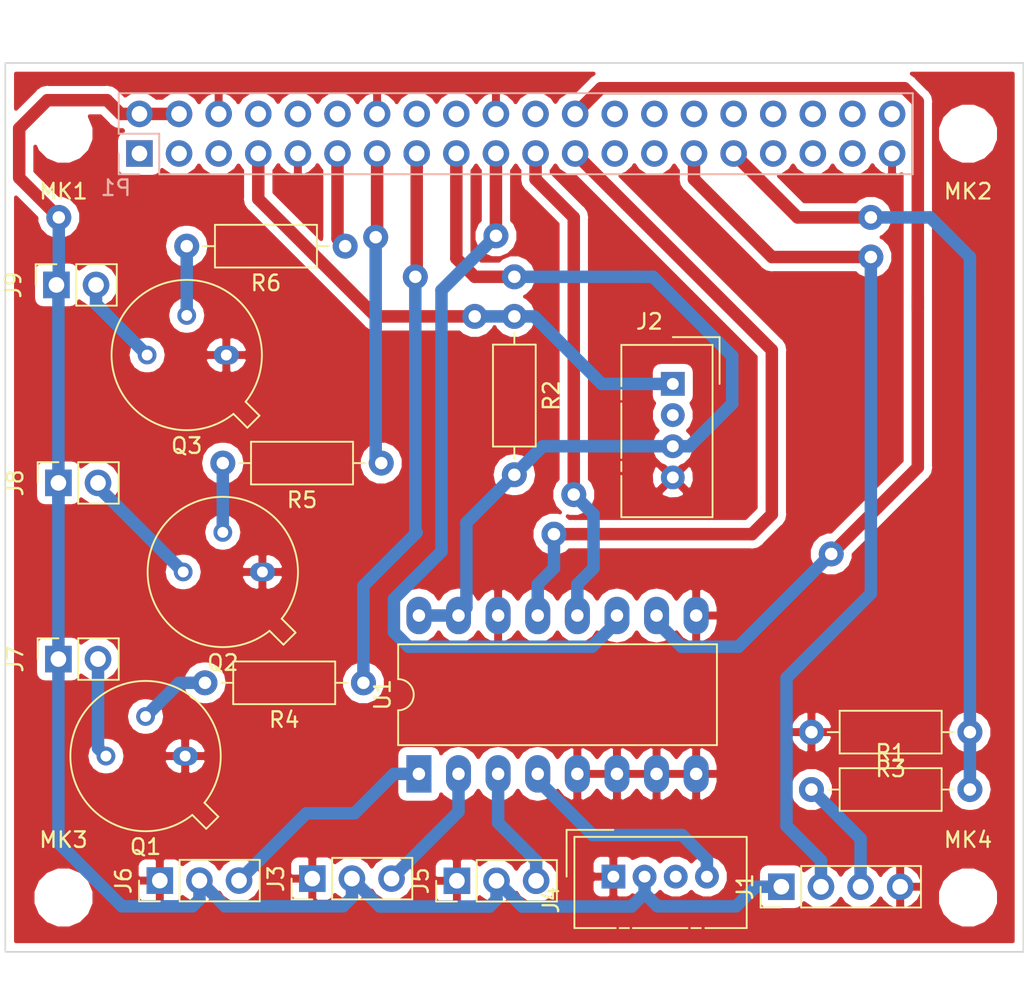
<source format=kicad_pcb>
(kicad_pcb (version 20171130) (host pcbnew "(5.0.1)-3")

  (general
    (thickness 1.6)
    (drawings 4)
    (tracks 164)
    (zones 0)
    (modules 24)
    (nets 45)
  )

  (page A3)
  (title_block
    (date "15 nov 2012")
  )

  (layers
    (0 F.Cu signal)
    (31 B.Cu signal)
    (32 B.Adhes user)
    (33 F.Adhes user)
    (34 B.Paste user)
    (35 F.Paste user)
    (36 B.SilkS user)
    (37 F.SilkS user)
    (38 B.Mask user)
    (39 F.Mask user)
    (40 Dwgs.User user)
    (41 Cmts.User user)
    (42 Eco1.User user)
    (43 Eco2.User user)
    (44 Edge.Cuts user)
    (45 Margin user)
    (46 B.CrtYd user)
    (47 F.CrtYd user)
    (48 B.Fab user)
    (49 F.Fab user)
  )

  (setup
    (last_trace_width 0.8)
    (trace_clearance 0.4)
    (zone_clearance 0.508)
    (zone_45_only no)
    (trace_min 0.1524)
    (segment_width 0.1)
    (edge_width 0.1)
    (via_size 1.6)
    (via_drill 0.8)
    (via_min_size 0.8)
    (via_min_drill 0.5)
    (uvia_size 0.5)
    (uvia_drill 0.1)
    (uvias_allowed no)
    (uvia_min_size 0.5)
    (uvia_min_drill 0.1)
    (pcb_text_width 0.3)
    (pcb_text_size 1 1)
    (mod_edge_width 0.15)
    (mod_text_size 1 1)
    (mod_text_width 0.15)
    (pad_size 2.5 2.5)
    (pad_drill 2.5)
    (pad_to_mask_clearance 0)
    (solder_mask_min_width 0.25)
    (aux_axis_origin 199.771 149.987)
    (visible_elements 7FFFFFFF)
    (pcbplotparams
      (layerselection 0x00030_80000001)
      (usegerberextensions true)
      (usegerberattributes false)
      (usegerberadvancedattributes false)
      (creategerberjobfile false)
      (excludeedgelayer true)
      (linewidth 0.150000)
      (plotframeref false)
      (viasonmask false)
      (mode 1)
      (useauxorigin false)
      (hpglpennumber 1)
      (hpglpenspeed 20)
      (hpglpendiameter 15.000000)
      (psnegative false)
      (psa4output false)
      (plotreference true)
      (plotvalue true)
      (plotinvisibletext false)
      (padsonsilk false)
      (subtractmaskfromsilk false)
      (outputformat 1)
      (mirror false)
      (drillshape 1)
      (scaleselection 1)
      (outputdirectory ""))
  )

  (net 0 "")
  (net 1 +3V3)
  (net 2 +5V)
  (net 3 GND)
  (net 4 /ID_SD)
  (net 5 /ID_SC)
  (net 6 /GPIO5)
  (net 7 /GPIO6)
  (net 8 /GPIO26)
  (net 9 "/GPIO2(SDA1)")
  (net 10 "/GPIO3(SCL1)")
  (net 11 "/GPIO4(GCLK)")
  (net 12 "/GPIO14(TXD0)")
  (net 13 "/GPIO15(RXD0)")
  (net 14 "/GPIO17(GEN0)")
  (net 15 "/GPIO27(GEN2)")
  (net 16 "/GPIO22(GEN3)")
  (net 17 "/GPIO23(GEN4)")
  (net 18 "/GPIO24(GEN5)")
  (net 19 "/GPIO25(GEN6)")
  (net 20 "/GPIO18(GEN1)(PWM0)")
  (net 21 "/GPIO10(SPI0_MOSI)")
  (net 22 "/GPIO9(SPI0_MISO)")
  (net 23 "/GPIO11(SPI0_SCK)")
  (net 24 "/GPIO8(SPI0_CE_N)")
  (net 25 "/GPIO7(SPI1_CE_N)")
  (net 26 "/GPIO12(PWM0)")
  (net 27 "/GPIO13(PWM1)")
  (net 28 "/GPIO19(SPI1_MISO)")
  (net 29 /GPIO16)
  (net 30 "/GPIO20(SPI1_MOSI)")
  (net 31 "/GPIO21(SPI1_SCK)")
  (net 32 "Net-(J1-Pad3)")
  (net 33 "Net-(J2-Pad2)")
  (net 34 "Net-(J3-Pad3)")
  (net 35 "Net-(J4-Pad4)")
  (net 36 "Net-(J4-Pad3)")
  (net 37 "Net-(J5-Pad3)")
  (net 38 "Net-(J6-Pad3)")
  (net 39 "Net-(J7-Pad2)")
  (net 40 "Net-(J8-Pad2)")
  (net 41 "Net-(J9-Pad2)")
  (net 42 "Net-(Q1-Pad2)")
  (net 43 "Net-(Q2-Pad2)")
  (net 44 "Net-(Q3-Pad2)")

  (net_class Default "This is the default net class."
    (clearance 0.4)
    (trace_width 0.8)
    (via_dia 1.6)
    (via_drill 0.8)
    (uvia_dia 0.5)
    (uvia_drill 0.1)
    (add_net +3V3)
    (add_net +5V)
    (add_net "/GPIO10(SPI0_MOSI)")
    (add_net "/GPIO11(SPI0_SCK)")
    (add_net "/GPIO12(PWM0)")
    (add_net "/GPIO13(PWM1)")
    (add_net "/GPIO14(TXD0)")
    (add_net "/GPIO15(RXD0)")
    (add_net /GPIO16)
    (add_net "/GPIO17(GEN0)")
    (add_net "/GPIO18(GEN1)(PWM0)")
    (add_net "/GPIO19(SPI1_MISO)")
    (add_net "/GPIO2(SDA1)")
    (add_net "/GPIO20(SPI1_MOSI)")
    (add_net "/GPIO21(SPI1_SCK)")
    (add_net "/GPIO22(GEN3)")
    (add_net "/GPIO23(GEN4)")
    (add_net "/GPIO24(GEN5)")
    (add_net "/GPIO25(GEN6)")
    (add_net /GPIO26)
    (add_net "/GPIO27(GEN2)")
    (add_net "/GPIO3(SCL1)")
    (add_net "/GPIO4(GCLK)")
    (add_net /GPIO5)
    (add_net /GPIO6)
    (add_net "/GPIO7(SPI1_CE_N)")
    (add_net "/GPIO8(SPI0_CE_N)")
    (add_net "/GPIO9(SPI0_MISO)")
    (add_net /ID_SC)
    (add_net /ID_SD)
    (add_net GND)
    (add_net "Net-(J1-Pad3)")
    (add_net "Net-(J2-Pad2)")
    (add_net "Net-(J3-Pad3)")
    (add_net "Net-(J4-Pad3)")
    (add_net "Net-(J4-Pad4)")
    (add_net "Net-(J5-Pad3)")
    (add_net "Net-(J6-Pad3)")
    (add_net "Net-(J7-Pad2)")
    (add_net "Net-(J8-Pad2)")
    (add_net "Net-(J9-Pad2)")
    (add_net "Net-(Q1-Pad2)")
    (add_net "Net-(Q2-Pad2)")
    (add_net "Net-(Q3-Pad2)")
  )

  (net_class Power ""
    (clearance 0.4)
    (trace_width 0.8)
    (via_dia 1.6)
    (via_drill 0.8)
    (uvia_dia 0.5)
    (uvia_drill 0.1)
  )

  (module MountingHole:MountingHole_2.7mm_M2.5 (layer F.Cu) (tedit 56D1B4CB) (tstamp 5A793E83)
    (at 203.5 97.5 180)
    (descr "Mounting Hole 2.7mm, no annular, M2.5")
    (tags "mounting hole 2.7mm no annular m2.5")
    (path /5834FB2E)
    (attr virtual)
    (fp_text reference MK1 (at 0 -3.7 180) (layer F.SilkS)
      (effects (font (size 1 1) (thickness 0.15)))
    )
    (fp_text value M2.5 (at 0 3.7 180) (layer F.Fab)
      (effects (font (size 1 1) (thickness 0.15)))
    )
    (fp_text user %R (at 0.3 0 180) (layer F.Fab)
      (effects (font (size 1 1) (thickness 0.15)))
    )
    (fp_circle (center 0 0) (end 2.7 0) (layer Cmts.User) (width 0.15))
    (fp_circle (center 0 0) (end 2.95 0) (layer F.CrtYd) (width 0.05))
    (pad 1 np_thru_hole circle (at 0 0 180) (size 2.7 2.7) (drill 2.7) (layers *.Cu *.Mask))
  )

  (module Connector_PinSocket_2.54mm:PinSocket_2x20_P2.54mm_Vertical (layer B.Cu) (tedit 5A19A433) (tstamp 5A793E9F)
    (at 208.37 98.77 270)
    (descr "Through hole straight socket strip, 2x20, 2.54mm pitch, double cols (from Kicad 4.0.7), script generated")
    (tags "Through hole socket strip THT 2x20 2.54mm double row")
    (path /59AD464A)
    (fp_text reference P1 (at 2.208 1.512) (layer B.SilkS)
      (effects (font (size 1 1) (thickness 0.15)) (justify mirror))
    )
    (fp_text value Conn_02x20_Odd_Even (at -1.27 -51.03 270) (layer B.Fab)
      (effects (font (size 1 1) (thickness 0.15)) (justify mirror))
    )
    (fp_line (start -3.81 1.27) (end 0.27 1.27) (layer B.Fab) (width 0.1))
    (fp_line (start 0.27 1.27) (end 1.27 0.27) (layer B.Fab) (width 0.1))
    (fp_line (start 1.27 0.27) (end 1.27 -49.53) (layer B.Fab) (width 0.1))
    (fp_line (start 1.27 -49.53) (end -3.81 -49.53) (layer B.Fab) (width 0.1))
    (fp_line (start -3.81 -49.53) (end -3.81 1.27) (layer B.Fab) (width 0.1))
    (fp_line (start -3.87 1.33) (end -1.27 1.33) (layer B.SilkS) (width 0.12))
    (fp_line (start -3.87 1.33) (end -3.87 -49.59) (layer B.SilkS) (width 0.12))
    (fp_line (start -3.87 -49.59) (end 1.33 -49.59) (layer B.SilkS) (width 0.12))
    (fp_line (start 1.33 -1.27) (end 1.33 -49.59) (layer B.SilkS) (width 0.12))
    (fp_line (start -1.27 -1.27) (end 1.33 -1.27) (layer B.SilkS) (width 0.12))
    (fp_line (start -1.27 1.33) (end -1.27 -1.27) (layer B.SilkS) (width 0.12))
    (fp_line (start 1.33 1.33) (end 1.33 0) (layer B.SilkS) (width 0.12))
    (fp_line (start 0 1.33) (end 1.33 1.33) (layer B.SilkS) (width 0.12))
    (fp_line (start -4.34 1.8) (end 1.76 1.8) (layer B.CrtYd) (width 0.05))
    (fp_line (start 1.76 1.8) (end 1.76 -50) (layer B.CrtYd) (width 0.05))
    (fp_line (start 1.76 -50) (end -4.34 -50) (layer B.CrtYd) (width 0.05))
    (fp_line (start -4.34 -50) (end -4.34 1.8) (layer B.CrtYd) (width 0.05))
    (fp_text user %R (at -1.27 -24.13 180) (layer B.Fab)
      (effects (font (size 1 1) (thickness 0.15)) (justify mirror))
    )
    (pad 1 thru_hole rect (at 0 0 270) (size 1.7 1.7) (drill 1) (layers *.Cu *.Mask)
      (net 1 +3V3))
    (pad 2 thru_hole oval (at -2.54 0 270) (size 1.7 1.7) (drill 1) (layers *.Cu *.Mask)
      (net 2 +5V))
    (pad 3 thru_hole oval (at 0 -2.54 270) (size 1.7 1.7) (drill 1) (layers *.Cu *.Mask)
      (net 9 "/GPIO2(SDA1)"))
    (pad 4 thru_hole oval (at -2.54 -2.54 270) (size 1.7 1.7) (drill 1) (layers *.Cu *.Mask)
      (net 2 +5V))
    (pad 5 thru_hole oval (at 0 -5.08 270) (size 1.7 1.7) (drill 1) (layers *.Cu *.Mask)
      (net 10 "/GPIO3(SCL1)"))
    (pad 6 thru_hole oval (at -2.54 -5.08 270) (size 1.7 1.7) (drill 1) (layers *.Cu *.Mask)
      (net 3 GND))
    (pad 7 thru_hole oval (at 0 -7.62 270) (size 1.7 1.7) (drill 1) (layers *.Cu *.Mask)
      (net 11 "/GPIO4(GCLK)"))
    (pad 8 thru_hole oval (at -2.54 -7.62 270) (size 1.7 1.7) (drill 1) (layers *.Cu *.Mask)
      (net 12 "/GPIO14(TXD0)"))
    (pad 9 thru_hole oval (at 0 -10.16 270) (size 1.7 1.7) (drill 1) (layers *.Cu *.Mask)
      (net 3 GND))
    (pad 10 thru_hole oval (at -2.54 -10.16 270) (size 1.7 1.7) (drill 1) (layers *.Cu *.Mask)
      (net 13 "/GPIO15(RXD0)"))
    (pad 11 thru_hole oval (at 0 -12.7 270) (size 1.7 1.7) (drill 1) (layers *.Cu *.Mask)
      (net 14 "/GPIO17(GEN0)"))
    (pad 12 thru_hole oval (at -2.54 -12.7 270) (size 1.7 1.7) (drill 1) (layers *.Cu *.Mask)
      (net 20 "/GPIO18(GEN1)(PWM0)"))
    (pad 13 thru_hole oval (at 0 -15.24 270) (size 1.7 1.7) (drill 1) (layers *.Cu *.Mask)
      (net 15 "/GPIO27(GEN2)"))
    (pad 14 thru_hole oval (at -2.54 -15.24 270) (size 1.7 1.7) (drill 1) (layers *.Cu *.Mask)
      (net 3 GND))
    (pad 15 thru_hole oval (at 0 -17.78 270) (size 1.7 1.7) (drill 1) (layers *.Cu *.Mask)
      (net 16 "/GPIO22(GEN3)"))
    (pad 16 thru_hole oval (at -2.54 -17.78 270) (size 1.7 1.7) (drill 1) (layers *.Cu *.Mask)
      (net 17 "/GPIO23(GEN4)"))
    (pad 17 thru_hole oval (at 0 -20.32 270) (size 1.7 1.7) (drill 1) (layers *.Cu *.Mask)
      (net 1 +3V3))
    (pad 18 thru_hole oval (at -2.54 -20.32 270) (size 1.7 1.7) (drill 1) (layers *.Cu *.Mask)
      (net 18 "/GPIO24(GEN5)"))
    (pad 19 thru_hole oval (at 0 -22.86 270) (size 1.7 1.7) (drill 1) (layers *.Cu *.Mask)
      (net 21 "/GPIO10(SPI0_MOSI)"))
    (pad 20 thru_hole oval (at -2.54 -22.86 270) (size 1.7 1.7) (drill 1) (layers *.Cu *.Mask)
      (net 3 GND))
    (pad 21 thru_hole oval (at 0 -25.4 270) (size 1.7 1.7) (drill 1) (layers *.Cu *.Mask)
      (net 22 "/GPIO9(SPI0_MISO)"))
    (pad 22 thru_hole oval (at -2.54 -25.4 270) (size 1.7 1.7) (drill 1) (layers *.Cu *.Mask)
      (net 19 "/GPIO25(GEN6)"))
    (pad 23 thru_hole oval (at 0 -27.94 270) (size 1.7 1.7) (drill 1) (layers *.Cu *.Mask)
      (net 23 "/GPIO11(SPI0_SCK)"))
    (pad 24 thru_hole oval (at -2.54 -27.94 270) (size 1.7 1.7) (drill 1) (layers *.Cu *.Mask)
      (net 24 "/GPIO8(SPI0_CE_N)"))
    (pad 25 thru_hole oval (at 0 -30.48 270) (size 1.7 1.7) (drill 1) (layers *.Cu *.Mask)
      (net 3 GND))
    (pad 26 thru_hole oval (at -2.54 -30.48 270) (size 1.7 1.7) (drill 1) (layers *.Cu *.Mask)
      (net 25 "/GPIO7(SPI1_CE_N)"))
    (pad 27 thru_hole oval (at 0 -33.02 270) (size 1.7 1.7) (drill 1) (layers *.Cu *.Mask)
      (net 4 /ID_SD))
    (pad 28 thru_hole oval (at -2.54 -33.02 270) (size 1.7 1.7) (drill 1) (layers *.Cu *.Mask)
      (net 5 /ID_SC))
    (pad 29 thru_hole oval (at 0 -35.56 270) (size 1.7 1.7) (drill 1) (layers *.Cu *.Mask)
      (net 6 /GPIO5))
    (pad 30 thru_hole oval (at -2.54 -35.56 270) (size 1.7 1.7) (drill 1) (layers *.Cu *.Mask)
      (net 3 GND))
    (pad 31 thru_hole oval (at 0 -38.1 270) (size 1.7 1.7) (drill 1) (layers *.Cu *.Mask)
      (net 7 /GPIO6))
    (pad 32 thru_hole oval (at -2.54 -38.1 270) (size 1.7 1.7) (drill 1) (layers *.Cu *.Mask)
      (net 26 "/GPIO12(PWM0)"))
    (pad 33 thru_hole oval (at 0 -40.64 270) (size 1.7 1.7) (drill 1) (layers *.Cu *.Mask)
      (net 27 "/GPIO13(PWM1)"))
    (pad 34 thru_hole oval (at -2.54 -40.64 270) (size 1.7 1.7) (drill 1) (layers *.Cu *.Mask)
      (net 3 GND))
    (pad 35 thru_hole oval (at 0 -43.18 270) (size 1.7 1.7) (drill 1) (layers *.Cu *.Mask)
      (net 28 "/GPIO19(SPI1_MISO)"))
    (pad 36 thru_hole oval (at -2.54 -43.18 270) (size 1.7 1.7) (drill 1) (layers *.Cu *.Mask)
      (net 29 /GPIO16))
    (pad 37 thru_hole oval (at 0 -45.72 270) (size 1.7 1.7) (drill 1) (layers *.Cu *.Mask)
      (net 8 /GPIO26))
    (pad 38 thru_hole oval (at -2.54 -45.72 270) (size 1.7 1.7) (drill 1) (layers *.Cu *.Mask)
      (net 30 "/GPIO20(SPI1_MOSI)"))
    (pad 39 thru_hole oval (at 0 -48.26 270) (size 1.7 1.7) (drill 1) (layers *.Cu *.Mask)
      (net 3 GND))
    (pad 40 thru_hole oval (at -2.54 -48.26 270) (size 1.7 1.7) (drill 1) (layers *.Cu *.Mask)
      (net 31 "/GPIO21(SPI1_SCK)"))
    (model ${KISYS3DMOD}/Connector_PinSocket_2.54mm.3dshapes/PinSocket_2x20_P2.54mm_Vertical.wrl
      (at (xyz 0 0 0))
      (scale (xyz 1 1 1))
      (rotate (xyz 0 0 0))
    )
  )

  (module MountingHole:MountingHole_2.7mm_M2.5 (layer F.Cu) (tedit 56D1B4CB) (tstamp 5C1DDCEF)
    (at 261.5 146.5)
    (descr "Mounting Hole 2.7mm, no annular, M2.5")
    (tags "mounting hole 2.7mm no annular m2.5")
    (path /5834FC4F)
    (attr virtual)
    (fp_text reference MK4 (at 0 -3.7) (layer F.SilkS)
      (effects (font (size 1 1) (thickness 0.15)))
    )
    (fp_text value M2.5 (at 0 3.7) (layer F.Fab)
      (effects (font (size 1 1) (thickness 0.15)))
    )
    (fp_circle (center 0 0) (end 2.95 0) (layer F.CrtYd) (width 0.05))
    (fp_circle (center 0 0) (end 2.7 0) (layer Cmts.User) (width 0.15))
    (fp_text user %R (at 0.3 0) (layer F.Fab)
      (effects (font (size 1 1) (thickness 0.15)))
    )
    (pad 1 np_thru_hole circle (at 0 0) (size 2.7 2.7) (drill 2.7) (layers *.Cu *.Mask))
  )

  (module MountingHole:MountingHole_2.7mm_M2.5 (layer F.Cu) (tedit 56D1B4CB) (tstamp 5A793E91)
    (at 203.5 146.5)
    (descr "Mounting Hole 2.7mm, no annular, M2.5")
    (tags "mounting hole 2.7mm no annular m2.5")
    (path /5834FBEF)
    (attr virtual)
    (fp_text reference MK3 (at 0 -3.7) (layer F.SilkS)
      (effects (font (size 1 1) (thickness 0.15)))
    )
    (fp_text value M2.5 (at 0 3.7) (layer F.Fab)
      (effects (font (size 1 1) (thickness 0.15)))
    )
    (fp_text user %R (at 0.3 0) (layer F.Fab)
      (effects (font (size 1 1) (thickness 0.15)))
    )
    (fp_circle (center 0 0) (end 2.7 0) (layer Cmts.User) (width 0.15))
    (fp_circle (center 0 0) (end 2.95 0) (layer F.CrtYd) (width 0.05))
    (pad 1 np_thru_hole circle (at 0 0) (size 2.7 2.7) (drill 2.7) (layers *.Cu *.Mask))
  )

  (module MountingHole:MountingHole_2.7mm_M2.5 (layer F.Cu) (tedit 56D1B4CB) (tstamp 5A793E8A)
    (at 261.5 97.5 180)
    (descr "Mounting Hole 2.7mm, no annular, M2.5")
    (tags "mounting hole 2.7mm no annular m2.5")
    (path /5834FC19)
    (attr virtual)
    (fp_text reference MK2 (at 0 -3.7 180) (layer F.SilkS)
      (effects (font (size 1 1) (thickness 0.15)))
    )
    (fp_text value M2.5 (at 0 3.7 180) (layer F.Fab)
      (effects (font (size 1 1) (thickness 0.15)))
    )
    (fp_circle (center 0 0) (end 2.95 0) (layer F.CrtYd) (width 0.05))
    (fp_circle (center 0 0) (end 2.7 0) (layer Cmts.User) (width 0.15))
    (fp_text user %R (at 0.3 0 180) (layer F.Fab)
      (effects (font (size 1 1) (thickness 0.15)))
    )
    (pad 1 np_thru_hole circle (at 0 0 180) (size 2.7 2.7) (drill 2.7) (layers *.Cu *.Mask))
  )

  (module Connector_PinHeader_2.54mm:PinHeader_1x04_P2.54mm_Vertical (layer F.Cu) (tedit 59FED5CC) (tstamp 5C1D94F1)
    (at 249.53 145.809 90)
    (descr "Through hole straight pin header, 1x04, 2.54mm pitch, single row")
    (tags "Through hole pin header THT 1x04 2.54mm single row")
    (path /5C1102AD)
    (fp_text reference J1 (at 0 -2.33 90) (layer F.SilkS)
      (effects (font (size 1 1) (thickness 0.15)))
    )
    (fp_text value Conn_01x04_Male (at 0 9.95 90) (layer F.Fab)
      (effects (font (size 1 1) (thickness 0.15)))
    )
    (fp_line (start -0.635 -1.27) (end 1.27 -1.27) (layer F.Fab) (width 0.1))
    (fp_line (start 1.27 -1.27) (end 1.27 8.89) (layer F.Fab) (width 0.1))
    (fp_line (start 1.27 8.89) (end -1.27 8.89) (layer F.Fab) (width 0.1))
    (fp_line (start -1.27 8.89) (end -1.27 -0.635) (layer F.Fab) (width 0.1))
    (fp_line (start -1.27 -0.635) (end -0.635 -1.27) (layer F.Fab) (width 0.1))
    (fp_line (start -1.33 8.95) (end 1.33 8.95) (layer F.SilkS) (width 0.12))
    (fp_line (start -1.33 1.27) (end -1.33 8.95) (layer F.SilkS) (width 0.12))
    (fp_line (start 1.33 1.27) (end 1.33 8.95) (layer F.SilkS) (width 0.12))
    (fp_line (start -1.33 1.27) (end 1.33 1.27) (layer F.SilkS) (width 0.12))
    (fp_line (start -1.33 0) (end -1.33 -1.33) (layer F.SilkS) (width 0.12))
    (fp_line (start -1.33 -1.33) (end 0 -1.33) (layer F.SilkS) (width 0.12))
    (fp_line (start -1.8 -1.8) (end -1.8 9.4) (layer F.CrtYd) (width 0.05))
    (fp_line (start -1.8 9.4) (end 1.8 9.4) (layer F.CrtYd) (width 0.05))
    (fp_line (start 1.8 9.4) (end 1.8 -1.8) (layer F.CrtYd) (width 0.05))
    (fp_line (start 1.8 -1.8) (end -1.8 -1.8) (layer F.CrtYd) (width 0.05))
    (fp_text user %R (at 0 3.81 180) (layer F.Fab)
      (effects (font (size 1 1) (thickness 0.15)))
    )
    (pad 1 thru_hole rect (at 0 0 90) (size 1.7 1.7) (drill 1) (layers *.Cu *.Mask)
      (net 2 +5V))
    (pad 2 thru_hole oval (at 0 2.54 90) (size 1.7 1.7) (drill 1) (layers *.Cu *.Mask)
      (net 6 /GPIO5))
    (pad 3 thru_hole oval (at 0 5.08 90) (size 1.7 1.7) (drill 1) (layers *.Cu *.Mask)
      (net 32 "Net-(J1-Pad3)"))
    (pad 4 thru_hole oval (at 0 7.62 90) (size 1.7 1.7) (drill 1) (layers *.Cu *.Mask)
      (net 3 GND))
    (model ${KISYS3DMOD}/Connector_PinHeader_2.54mm.3dshapes/PinHeader_1x04_P2.54mm_Vertical.wrl
      (at (xyz 0 0 0))
      (scale (xyz 1 1 1))
      (rotate (xyz 0 0 0))
    )
  )

  (module Connector:NS-Tech_Grove_1x04_P2mm_Vertical (layer F.Cu) (tedit 5A2A5779) (tstamp 5C1D950E)
    (at 242.57 113.551)
    (descr https://statics3.seeedstudio.com/images/opl/datasheet/3470130P1.pdf)
    (tags Grove-1x04)
    (path /5C110213)
    (fp_text reference J2 (at -1.5 -4) (layer F.SilkS)
      (effects (font (size 1 1) (thickness 0.15)))
    )
    (fp_text value Conn_01x04_Male (at 4.19 2.83 90) (layer F.Fab)
      (effects (font (size 1 1) (thickness 0.15)))
    )
    (fp_text user %R (at -2 2 90) (layer F.Fab)
      (effects (font (size 1 1) (thickness 0.15)))
    )
    (fp_line (start 0.9 0) (end 2.2 1) (layer F.Fab) (width 0.1))
    (fp_line (start 2.2 -1) (end 0.9 0) (layer F.Fab) (width 0.1))
    (fp_line (start 3 -3) (end 3 0) (layer F.SilkS) (width 0.12))
    (fp_line (start 0 -3) (end 3 -3) (layer F.SilkS) (width 0.12))
    (fp_line (start -3.45 -2.65) (end -3.45 8.7) (layer F.CrtYd) (width 0.05))
    (fp_line (start -3.45 8.7) (end 2.7 8.7) (layer F.CrtYd) (width 0.05))
    (fp_line (start 2.7 8.7) (end 2.7 -2.65) (layer F.CrtYd) (width 0.05))
    (fp_line (start -3.45 -2.65) (end 2.7 -2.65) (layer F.CrtYd) (width 0.05))
    (fp_line (start -3.3 5) (end -3.3 5.6) (layer F.SilkS) (width 0.12))
    (fp_line (start -3.3 0.4) (end -3.3 1) (layer F.SilkS) (width 0.12))
    (fp_line (start 2.55 -2.5) (end 2.55 8.55) (layer F.SilkS) (width 0.12))
    (fp_line (start -3.3 -2.5) (end 2.55 -2.5) (layer F.SilkS) (width 0.12))
    (fp_line (start -3.3 1.25) (end -3.3 4.75) (layer F.SilkS) (width 0.12))
    (fp_line (start -3.3 8.55) (end 2.55 8.55) (layer F.SilkS) (width 0.12))
    (fp_line (start -3.3 -2.5) (end -3.3 0.15) (layer F.SilkS) (width 0.12))
    (fp_line (start -3.3 5.9) (end -3.3 8.55) (layer F.SilkS) (width 0.12))
    (fp_line (start -2.9 -2.1) (end 2.2 -2.1) (layer F.Fab) (width 0.1))
    (fp_line (start 2.2 -2.1) (end 2.2 8.1) (layer F.Fab) (width 0.1))
    (fp_line (start 2.2 8.1) (end -2.9 8.1) (layer F.Fab) (width 0.1))
    (fp_line (start -2.9 8.1) (end -2.9 -2.1) (layer F.Fab) (width 0.1))
    (pad 1 thru_hole rect (at 0 0) (size 1.524 1.524) (drill 0.762) (layers *.Cu *.Mask)
      (net 11 "/GPIO4(GCLK)"))
    (pad 2 thru_hole circle (at 0 2) (size 1.524 1.524) (drill 0.762) (layers *.Cu *.Mask)
      (net 33 "Net-(J2-Pad2)"))
    (pad 3 thru_hole circle (at 0 4) (size 1.524 1.524) (drill 0.762) (layers *.Cu *.Mask)
      (net 1 +3V3))
    (pad 4 thru_hole circle (at 0 6) (size 1.524 1.524) (drill 0.762) (layers *.Cu *.Mask)
      (net 3 GND))
    (model ${KISYS3DMOD}/Connector.3dshapes/NS-Tech_Grove_1x04_P2mm_Vertical.wrl
      (at (xyz 0 0 0))
      (scale (xyz 0.3937 0.3937 0.3937))
      (rotate (xyz 0 0 -90))
    )
  )

  (module Connector_PinHeader_2.54mm:PinHeader_1x03_P2.54mm_Vertical (layer F.Cu) (tedit 59FED5CC) (tstamp 5C1D9525)
    (at 219.456 145.288 90)
    (descr "Through hole straight pin header, 1x03, 2.54mm pitch, single row")
    (tags "Through hole pin header THT 1x03 2.54mm single row")
    (path /5C1BC16E)
    (fp_text reference J3 (at 0 -2.33 90) (layer F.SilkS)
      (effects (font (size 1 1) (thickness 0.15)))
    )
    (fp_text value Conn_01x03_Male (at 0 7.41 90) (layer F.Fab)
      (effects (font (size 1 1) (thickness 0.15)))
    )
    (fp_line (start -0.635 -1.27) (end 1.27 -1.27) (layer F.Fab) (width 0.1))
    (fp_line (start 1.27 -1.27) (end 1.27 6.35) (layer F.Fab) (width 0.1))
    (fp_line (start 1.27 6.35) (end -1.27 6.35) (layer F.Fab) (width 0.1))
    (fp_line (start -1.27 6.35) (end -1.27 -0.635) (layer F.Fab) (width 0.1))
    (fp_line (start -1.27 -0.635) (end -0.635 -1.27) (layer F.Fab) (width 0.1))
    (fp_line (start -1.33 6.41) (end 1.33 6.41) (layer F.SilkS) (width 0.12))
    (fp_line (start -1.33 1.27) (end -1.33 6.41) (layer F.SilkS) (width 0.12))
    (fp_line (start 1.33 1.27) (end 1.33 6.41) (layer F.SilkS) (width 0.12))
    (fp_line (start -1.33 1.27) (end 1.33 1.27) (layer F.SilkS) (width 0.12))
    (fp_line (start -1.33 0) (end -1.33 -1.33) (layer F.SilkS) (width 0.12))
    (fp_line (start -1.33 -1.33) (end 0 -1.33) (layer F.SilkS) (width 0.12))
    (fp_line (start -1.8 -1.8) (end -1.8 6.85) (layer F.CrtYd) (width 0.05))
    (fp_line (start -1.8 6.85) (end 1.8 6.85) (layer F.CrtYd) (width 0.05))
    (fp_line (start 1.8 6.85) (end 1.8 -1.8) (layer F.CrtYd) (width 0.05))
    (fp_line (start 1.8 -1.8) (end -1.8 -1.8) (layer F.CrtYd) (width 0.05))
    (fp_text user %R (at 0 2.54 180) (layer F.Fab)
      (effects (font (size 1 1) (thickness 0.15)))
    )
    (pad 1 thru_hole rect (at 0 0 90) (size 1.7 1.7) (drill 1) (layers *.Cu *.Mask)
      (net 3 GND))
    (pad 2 thru_hole oval (at 0 2.54 90) (size 1.7 1.7) (drill 1) (layers *.Cu *.Mask)
      (net 2 +5V))
    (pad 3 thru_hole oval (at 0 5.08 90) (size 1.7 1.7) (drill 1) (layers *.Cu *.Mask)
      (net 34 "Net-(J3-Pad3)"))
    (model ${KISYS3DMOD}/Connector_PinHeader_2.54mm.3dshapes/PinHeader_1x03_P2.54mm_Vertical.wrl
      (at (xyz 0 0 0))
      (scale (xyz 1 1 1))
      (rotate (xyz 0 0 0))
    )
  )

  (module Connector:NS-Tech_Grove_1x04_P2mm_Vertical (layer F.Cu) (tedit 5A2A5779) (tstamp 5C1D9542)
    (at 238.76 145.161 90)
    (descr https://statics3.seeedstudio.com/images/opl/datasheet/3470130P1.pdf)
    (tags Grove-1x04)
    (path /5C1C9CE8)
    (fp_text reference J4 (at -1.5 -4 90) (layer F.SilkS)
      (effects (font (size 1 1) (thickness 0.15)))
    )
    (fp_text value Conn_01x04_Male (at 4.19 2.83 180) (layer F.Fab)
      (effects (font (size 1 1) (thickness 0.15)))
    )
    (fp_line (start -2.9 8.1) (end -2.9 -2.1) (layer F.Fab) (width 0.1))
    (fp_line (start 2.2 8.1) (end -2.9 8.1) (layer F.Fab) (width 0.1))
    (fp_line (start 2.2 -2.1) (end 2.2 8.1) (layer F.Fab) (width 0.1))
    (fp_line (start -2.9 -2.1) (end 2.2 -2.1) (layer F.Fab) (width 0.1))
    (fp_line (start -3.3 5.9) (end -3.3 8.55) (layer F.SilkS) (width 0.12))
    (fp_line (start -3.3 -2.5) (end -3.3 0.15) (layer F.SilkS) (width 0.12))
    (fp_line (start -3.3 8.55) (end 2.55 8.55) (layer F.SilkS) (width 0.12))
    (fp_line (start -3.3 1.25) (end -3.3 4.75) (layer F.SilkS) (width 0.12))
    (fp_line (start -3.3 -2.5) (end 2.55 -2.5) (layer F.SilkS) (width 0.12))
    (fp_line (start 2.55 -2.5) (end 2.55 8.55) (layer F.SilkS) (width 0.12))
    (fp_line (start -3.3 0.4) (end -3.3 1) (layer F.SilkS) (width 0.12))
    (fp_line (start -3.3 5) (end -3.3 5.6) (layer F.SilkS) (width 0.12))
    (fp_line (start -3.45 -2.65) (end 2.7 -2.65) (layer F.CrtYd) (width 0.05))
    (fp_line (start 2.7 8.7) (end 2.7 -2.65) (layer F.CrtYd) (width 0.05))
    (fp_line (start -3.45 8.7) (end 2.7 8.7) (layer F.CrtYd) (width 0.05))
    (fp_line (start -3.45 -2.65) (end -3.45 8.7) (layer F.CrtYd) (width 0.05))
    (fp_line (start 0 -3) (end 3 -3) (layer F.SilkS) (width 0.12))
    (fp_line (start 3 -3) (end 3 0) (layer F.SilkS) (width 0.12))
    (fp_line (start 2.2 -1) (end 0.9 0) (layer F.Fab) (width 0.1))
    (fp_line (start 0.9 0) (end 2.2 1) (layer F.Fab) (width 0.1))
    (fp_text user %R (at -2 2 180) (layer F.Fab)
      (effects (font (size 1 1) (thickness 0.15)))
    )
    (pad 4 thru_hole circle (at 0 6 90) (size 1.524 1.524) (drill 0.762) (layers *.Cu *.Mask)
      (net 35 "Net-(J4-Pad4)"))
    (pad 3 thru_hole circle (at 0 4 90) (size 1.524 1.524) (drill 0.762) (layers *.Cu *.Mask)
      (net 36 "Net-(J4-Pad3)"))
    (pad 2 thru_hole circle (at 0 2 90) (size 1.524 1.524) (drill 0.762) (layers *.Cu *.Mask)
      (net 2 +5V))
    (pad 1 thru_hole rect (at 0 0 90) (size 1.524 1.524) (drill 0.762) (layers *.Cu *.Mask)
      (net 3 GND))
    (model ${KISYS3DMOD}/Connector.3dshapes/NS-Tech_Grove_1x04_P2mm_Vertical.wrl
      (at (xyz 0 0 0))
      (scale (xyz 0.3937 0.3937 0.3937))
      (rotate (xyz 0 0 -90))
    )
  )

  (module Connector_PinHeader_2.54mm:PinHeader_1x03_P2.54mm_Vertical (layer F.Cu) (tedit 59FED5CC) (tstamp 5C1D9559)
    (at 228.727 145.428 90)
    (descr "Through hole straight pin header, 1x03, 2.54mm pitch, single row")
    (tags "Through hole pin header THT 1x03 2.54mm single row")
    (path /5C1BA04B)
    (fp_text reference J5 (at 0 -2.33 90) (layer F.SilkS)
      (effects (font (size 1 1) (thickness 0.15)))
    )
    (fp_text value Conn_01x03_Male (at 0 7.41 90) (layer F.Fab)
      (effects (font (size 1 1) (thickness 0.15)))
    )
    (fp_text user %R (at 0 2.54 180) (layer F.Fab)
      (effects (font (size 1 1) (thickness 0.15)))
    )
    (fp_line (start 1.8 -1.8) (end -1.8 -1.8) (layer F.CrtYd) (width 0.05))
    (fp_line (start 1.8 6.85) (end 1.8 -1.8) (layer F.CrtYd) (width 0.05))
    (fp_line (start -1.8 6.85) (end 1.8 6.85) (layer F.CrtYd) (width 0.05))
    (fp_line (start -1.8 -1.8) (end -1.8 6.85) (layer F.CrtYd) (width 0.05))
    (fp_line (start -1.33 -1.33) (end 0 -1.33) (layer F.SilkS) (width 0.12))
    (fp_line (start -1.33 0) (end -1.33 -1.33) (layer F.SilkS) (width 0.12))
    (fp_line (start -1.33 1.27) (end 1.33 1.27) (layer F.SilkS) (width 0.12))
    (fp_line (start 1.33 1.27) (end 1.33 6.41) (layer F.SilkS) (width 0.12))
    (fp_line (start -1.33 1.27) (end -1.33 6.41) (layer F.SilkS) (width 0.12))
    (fp_line (start -1.33 6.41) (end 1.33 6.41) (layer F.SilkS) (width 0.12))
    (fp_line (start -1.27 -0.635) (end -0.635 -1.27) (layer F.Fab) (width 0.1))
    (fp_line (start -1.27 6.35) (end -1.27 -0.635) (layer F.Fab) (width 0.1))
    (fp_line (start 1.27 6.35) (end -1.27 6.35) (layer F.Fab) (width 0.1))
    (fp_line (start 1.27 -1.27) (end 1.27 6.35) (layer F.Fab) (width 0.1))
    (fp_line (start -0.635 -1.27) (end 1.27 -1.27) (layer F.Fab) (width 0.1))
    (pad 3 thru_hole oval (at 0 5.08 90) (size 1.7 1.7) (drill 1) (layers *.Cu *.Mask)
      (net 37 "Net-(J5-Pad3)"))
    (pad 2 thru_hole oval (at 0 2.54 90) (size 1.7 1.7) (drill 1) (layers *.Cu *.Mask)
      (net 2 +5V))
    (pad 1 thru_hole rect (at 0 0 90) (size 1.7 1.7) (drill 1) (layers *.Cu *.Mask)
      (net 3 GND))
    (model ${KISYS3DMOD}/Connector_PinHeader_2.54mm.3dshapes/PinHeader_1x03_P2.54mm_Vertical.wrl
      (at (xyz 0 0 0))
      (scale (xyz 1 1 1))
      (rotate (xyz 0 0 0))
    )
  )

  (module Connector_PinHeader_2.54mm:PinHeader_1x03_P2.54mm_Vertical (layer F.Cu) (tedit 59FED5CC) (tstamp 5C1D9570)
    (at 209.677 145.415 90)
    (descr "Through hole straight pin header, 1x03, 2.54mm pitch, single row")
    (tags "Through hole pin header THT 1x03 2.54mm single row")
    (path /5C110502)
    (fp_text reference J6 (at 0 -2.33 90) (layer F.SilkS)
      (effects (font (size 1 1) (thickness 0.15)))
    )
    (fp_text value Conn_01x03_Male (at 0 7.41 90) (layer F.Fab)
      (effects (font (size 1 1) (thickness 0.15)))
    )
    (fp_text user %R (at 0 2.54 180) (layer F.Fab)
      (effects (font (size 1 1) (thickness 0.15)))
    )
    (fp_line (start 1.8 -1.8) (end -1.8 -1.8) (layer F.CrtYd) (width 0.05))
    (fp_line (start 1.8 6.85) (end 1.8 -1.8) (layer F.CrtYd) (width 0.05))
    (fp_line (start -1.8 6.85) (end 1.8 6.85) (layer F.CrtYd) (width 0.05))
    (fp_line (start -1.8 -1.8) (end -1.8 6.85) (layer F.CrtYd) (width 0.05))
    (fp_line (start -1.33 -1.33) (end 0 -1.33) (layer F.SilkS) (width 0.12))
    (fp_line (start -1.33 0) (end -1.33 -1.33) (layer F.SilkS) (width 0.12))
    (fp_line (start -1.33 1.27) (end 1.33 1.27) (layer F.SilkS) (width 0.12))
    (fp_line (start 1.33 1.27) (end 1.33 6.41) (layer F.SilkS) (width 0.12))
    (fp_line (start -1.33 1.27) (end -1.33 6.41) (layer F.SilkS) (width 0.12))
    (fp_line (start -1.33 6.41) (end 1.33 6.41) (layer F.SilkS) (width 0.12))
    (fp_line (start -1.27 -0.635) (end -0.635 -1.27) (layer F.Fab) (width 0.1))
    (fp_line (start -1.27 6.35) (end -1.27 -0.635) (layer F.Fab) (width 0.1))
    (fp_line (start 1.27 6.35) (end -1.27 6.35) (layer F.Fab) (width 0.1))
    (fp_line (start 1.27 -1.27) (end 1.27 6.35) (layer F.Fab) (width 0.1))
    (fp_line (start -0.635 -1.27) (end 1.27 -1.27) (layer F.Fab) (width 0.1))
    (pad 3 thru_hole oval (at 0 5.08 90) (size 1.7 1.7) (drill 1) (layers *.Cu *.Mask)
      (net 38 "Net-(J6-Pad3)"))
    (pad 2 thru_hole oval (at 0 2.54 90) (size 1.7 1.7) (drill 1) (layers *.Cu *.Mask)
      (net 2 +5V))
    (pad 1 thru_hole rect (at 0 0 90) (size 1.7 1.7) (drill 1) (layers *.Cu *.Mask)
      (net 3 GND))
    (model ${KISYS3DMOD}/Connector_PinHeader_2.54mm.3dshapes/PinHeader_1x03_P2.54mm_Vertical.wrl
      (at (xyz 0 0 0))
      (scale (xyz 1 1 1))
      (rotate (xyz 0 0 0))
    )
  )

  (module Package_TO_SOT_THT:TO-39-3 (layer F.Cu) (tedit 5A02FF81) (tstamp 5C1D95C7)
    (at 211.303 137.427 180)
    (descr TO-39-3)
    (tags TO-39-3)
    (path /5C10FFCC)
    (fp_text reference Q1 (at 2.54 -5.82 180) (layer F.SilkS)
      (effects (font (size 1 1) (thickness 0.15)))
    )
    (fp_text value 2N2219 (at 2.54 5.82 180) (layer F.Fab)
      (effects (font (size 1 1) (thickness 0.15)))
    )
    (fp_arc (start 2.54 0) (end -0.457084 -3.774902) (angle 346.9) (layer F.SilkS) (width 0.12))
    (fp_arc (start 2.54 0) (end -0.465408 -3.61352) (angle 349.5) (layer F.Fab) (width 0.1))
    (fp_circle (center 2.54 0) (end 6.79 0) (layer F.Fab) (width 0.1))
    (fp_line (start 7.49 -4.95) (end -2.41 -4.95) (layer F.CrtYd) (width 0.05))
    (fp_line (start 7.49 4.95) (end 7.49 -4.95) (layer F.CrtYd) (width 0.05))
    (fp_line (start -2.41 4.95) (end 7.49 4.95) (layer F.CrtYd) (width 0.05))
    (fp_line (start -2.41 -4.95) (end -2.41 4.95) (layer F.CrtYd) (width 0.05))
    (fp_line (start -2.125856 -3.888039) (end -1.234902 -2.997084) (layer F.SilkS) (width 0.12))
    (fp_line (start -1.348039 -4.665856) (end -2.125856 -3.888039) (layer F.SilkS) (width 0.12))
    (fp_line (start -0.457084 -3.774902) (end -1.348039 -4.665856) (layer F.SilkS) (width 0.12))
    (fp_line (start -1.879621 -3.81151) (end -1.07352 -3.005408) (layer F.Fab) (width 0.1))
    (fp_line (start -1.27151 -4.419621) (end -1.879621 -3.81151) (layer F.Fab) (width 0.1))
    (fp_line (start -0.465408 -3.61352) (end -1.27151 -4.419621) (layer F.Fab) (width 0.1))
    (fp_text user %R (at 2.54 -5.82 180) (layer F.Fab)
      (effects (font (size 1 1) (thickness 0.15)))
    )
    (pad 3 thru_hole oval (at 5.08 0 180) (size 1.2 1.2) (drill 0.7) (layers *.Cu *.Mask)
      (net 39 "Net-(J7-Pad2)"))
    (pad 2 thru_hole oval (at 2.54 2.54 180) (size 1.2 1.2) (drill 0.7) (layers *.Cu *.Mask)
      (net 42 "Net-(Q1-Pad2)"))
    (pad 1 thru_hole oval (at 0 0 180) (size 1.6 1.2) (drill 0.7) (layers *.Cu *.Mask)
      (net 3 GND))
    (model ${KISYS3DMOD}/Package_TO_SOT_THT.3dshapes/TO-39-3.wrl
      (at (xyz 0 0 0))
      (scale (xyz 1 1 1))
      (rotate (xyz 0 0 0))
    )
  )

  (module Package_TO_SOT_THT:TO-39-3 (layer F.Cu) (tedit 5A02FF81) (tstamp 5C1D95DC)
    (at 216.256 125.616 180)
    (descr TO-39-3)
    (tags TO-39-3)
    (path /5C130C22)
    (fp_text reference Q2 (at 2.54 -5.82 180) (layer F.SilkS)
      (effects (font (size 1 1) (thickness 0.15)))
    )
    (fp_text value 2N2219 (at 2.54 5.82 180) (layer F.Fab)
      (effects (font (size 1 1) (thickness 0.15)))
    )
    (fp_arc (start 2.54 0) (end -0.457084 -3.774902) (angle 346.9) (layer F.SilkS) (width 0.12))
    (fp_arc (start 2.54 0) (end -0.465408 -3.61352) (angle 349.5) (layer F.Fab) (width 0.1))
    (fp_circle (center 2.54 0) (end 6.79 0) (layer F.Fab) (width 0.1))
    (fp_line (start 7.49 -4.95) (end -2.41 -4.95) (layer F.CrtYd) (width 0.05))
    (fp_line (start 7.49 4.95) (end 7.49 -4.95) (layer F.CrtYd) (width 0.05))
    (fp_line (start -2.41 4.95) (end 7.49 4.95) (layer F.CrtYd) (width 0.05))
    (fp_line (start -2.41 -4.95) (end -2.41 4.95) (layer F.CrtYd) (width 0.05))
    (fp_line (start -2.125856 -3.888039) (end -1.234902 -2.997084) (layer F.SilkS) (width 0.12))
    (fp_line (start -1.348039 -4.665856) (end -2.125856 -3.888039) (layer F.SilkS) (width 0.12))
    (fp_line (start -0.457084 -3.774902) (end -1.348039 -4.665856) (layer F.SilkS) (width 0.12))
    (fp_line (start -1.879621 -3.81151) (end -1.07352 -3.005408) (layer F.Fab) (width 0.1))
    (fp_line (start -1.27151 -4.419621) (end -1.879621 -3.81151) (layer F.Fab) (width 0.1))
    (fp_line (start -0.465408 -3.61352) (end -1.27151 -4.419621) (layer F.Fab) (width 0.1))
    (fp_text user %R (at 2.54 -5.82 180) (layer F.Fab)
      (effects (font (size 1 1) (thickness 0.15)))
    )
    (pad 3 thru_hole oval (at 5.08 0 180) (size 1.2 1.2) (drill 0.7) (layers *.Cu *.Mask)
      (net 40 "Net-(J8-Pad2)"))
    (pad 2 thru_hole oval (at 2.54 2.54 180) (size 1.2 1.2) (drill 0.7) (layers *.Cu *.Mask)
      (net 43 "Net-(Q2-Pad2)"))
    (pad 1 thru_hole oval (at 0 0 180) (size 1.6 1.2) (drill 0.7) (layers *.Cu *.Mask)
      (net 3 GND))
    (model ${KISYS3DMOD}/Package_TO_SOT_THT.3dshapes/TO-39-3.wrl
      (at (xyz 0 0 0))
      (scale (xyz 1 1 1))
      (rotate (xyz 0 0 0))
    )
  )

  (module Package_TO_SOT_THT:TO-39-3 (layer F.Cu) (tedit 5A02FF81) (tstamp 5C1D95F1)
    (at 213.94285 111.699453 180)
    (descr TO-39-3)
    (tags TO-39-3)
    (path /5C134B3A)
    (fp_text reference Q3 (at 2.54 -5.82 180) (layer F.SilkS)
      (effects (font (size 1 1) (thickness 0.15)))
    )
    (fp_text value 2N2219 (at 2.54 5.82 180) (layer F.Fab)
      (effects (font (size 1 1) (thickness 0.15)))
    )
    (fp_text user %R (at 2.54 -5.82 180) (layer F.Fab)
      (effects (font (size 1 1) (thickness 0.15)))
    )
    (fp_line (start -0.465408 -3.61352) (end -1.27151 -4.419621) (layer F.Fab) (width 0.1))
    (fp_line (start -1.27151 -4.419621) (end -1.879621 -3.81151) (layer F.Fab) (width 0.1))
    (fp_line (start -1.879621 -3.81151) (end -1.07352 -3.005408) (layer F.Fab) (width 0.1))
    (fp_line (start -0.457084 -3.774902) (end -1.348039 -4.665856) (layer F.SilkS) (width 0.12))
    (fp_line (start -1.348039 -4.665856) (end -2.125856 -3.888039) (layer F.SilkS) (width 0.12))
    (fp_line (start -2.125856 -3.888039) (end -1.234902 -2.997084) (layer F.SilkS) (width 0.12))
    (fp_line (start -2.41 -4.95) (end -2.41 4.95) (layer F.CrtYd) (width 0.05))
    (fp_line (start -2.41 4.95) (end 7.49 4.95) (layer F.CrtYd) (width 0.05))
    (fp_line (start 7.49 4.95) (end 7.49 -4.95) (layer F.CrtYd) (width 0.05))
    (fp_line (start 7.49 -4.95) (end -2.41 -4.95) (layer F.CrtYd) (width 0.05))
    (fp_circle (center 2.54 0) (end 6.79 0) (layer F.Fab) (width 0.1))
    (fp_arc (start 2.54 0) (end -0.465408 -3.61352) (angle 349.5) (layer F.Fab) (width 0.1))
    (fp_arc (start 2.54 0) (end -0.457084 -3.774902) (angle 346.9) (layer F.SilkS) (width 0.12))
    (pad 1 thru_hole oval (at 0 0 180) (size 1.6 1.2) (drill 0.7) (layers *.Cu *.Mask)
      (net 3 GND))
    (pad 2 thru_hole oval (at 2.54 2.54 180) (size 1.2 1.2) (drill 0.7) (layers *.Cu *.Mask)
      (net 44 "Net-(Q3-Pad2)"))
    (pad 3 thru_hole oval (at 5.08 0 180) (size 1.2 1.2) (drill 0.7) (layers *.Cu *.Mask)
      (net 41 "Net-(J9-Pad2)"))
    (model ${KISYS3DMOD}/Package_TO_SOT_THT.3dshapes/TO-39-3.wrl
      (at (xyz 0 0 0))
      (scale (xyz 1 1 1))
      (rotate (xyz 0 0 0))
    )
  )

  (module Resistor_THT:R_Axial_DIN0207_L6.3mm_D2.5mm_P10.16mm_Horizontal (layer F.Cu) (tedit 5AE5139B) (tstamp 5C1D9608)
    (at 251.46 139.573)
    (descr "Resistor, Axial_DIN0207 series, Axial, Horizontal, pin pitch=10.16mm, 0.25W = 1/4W, length*diameter=6.3*2.5mm^2, http://cdn-reichelt.de/documents/datenblatt/B400/1_4W%23YAG.pdf")
    (tags "Resistor Axial_DIN0207 series Axial Horizontal pin pitch 10.16mm 0.25W = 1/4W length 6.3mm diameter 2.5mm")
    (path /5C15BFC7)
    (fp_text reference R1 (at 5.08 -2.37) (layer F.SilkS)
      (effects (font (size 1 1) (thickness 0.15)))
    )
    (fp_text value 330 (at 5.08 2.37) (layer F.Fab)
      (effects (font (size 1 1) (thickness 0.15)))
    )
    (fp_text user %R (at 5.08 0) (layer F.Fab)
      (effects (font (size 1 1) (thickness 0.15)))
    )
    (fp_line (start 11.21 -1.5) (end -1.05 -1.5) (layer F.CrtYd) (width 0.05))
    (fp_line (start 11.21 1.5) (end 11.21 -1.5) (layer F.CrtYd) (width 0.05))
    (fp_line (start -1.05 1.5) (end 11.21 1.5) (layer F.CrtYd) (width 0.05))
    (fp_line (start -1.05 -1.5) (end -1.05 1.5) (layer F.CrtYd) (width 0.05))
    (fp_line (start 9.12 0) (end 8.35 0) (layer F.SilkS) (width 0.12))
    (fp_line (start 1.04 0) (end 1.81 0) (layer F.SilkS) (width 0.12))
    (fp_line (start 8.35 -1.37) (end 1.81 -1.37) (layer F.SilkS) (width 0.12))
    (fp_line (start 8.35 1.37) (end 8.35 -1.37) (layer F.SilkS) (width 0.12))
    (fp_line (start 1.81 1.37) (end 8.35 1.37) (layer F.SilkS) (width 0.12))
    (fp_line (start 1.81 -1.37) (end 1.81 1.37) (layer F.SilkS) (width 0.12))
    (fp_line (start 10.16 0) (end 8.23 0) (layer F.Fab) (width 0.1))
    (fp_line (start 0 0) (end 1.93 0) (layer F.Fab) (width 0.1))
    (fp_line (start 8.23 -1.25) (end 1.93 -1.25) (layer F.Fab) (width 0.1))
    (fp_line (start 8.23 1.25) (end 8.23 -1.25) (layer F.Fab) (width 0.1))
    (fp_line (start 1.93 1.25) (end 8.23 1.25) (layer F.Fab) (width 0.1))
    (fp_line (start 1.93 -1.25) (end 1.93 1.25) (layer F.Fab) (width 0.1))
    (pad 2 thru_hole oval (at 10.16 0) (size 1.6 1.6) (drill 0.8) (layers *.Cu *.Mask)
      (net 7 /GPIO6))
    (pad 1 thru_hole circle (at 0 0) (size 1.6 1.6) (drill 0.8) (layers *.Cu *.Mask)
      (net 32 "Net-(J1-Pad3)"))
    (model ${KISYS3DMOD}/Resistor_THT.3dshapes/R_Axial_DIN0207_L6.3mm_D2.5mm_P10.16mm_Horizontal.wrl
      (at (xyz 0 0 0))
      (scale (xyz 1 1 1))
      (rotate (xyz 0 0 0))
    )
  )

  (module Resistor_THT:R_Axial_DIN0207_L6.3mm_D2.5mm_P10.16mm_Horizontal (layer F.Cu) (tedit 5AE5139B) (tstamp 5C1D961F)
    (at 232.41 109.22 270)
    (descr "Resistor, Axial_DIN0207 series, Axial, Horizontal, pin pitch=10.16mm, 0.25W = 1/4W, length*diameter=6.3*2.5mm^2, http://cdn-reichelt.de/documents/datenblatt/B400/1_4W%23YAG.pdf")
    (tags "Resistor Axial_DIN0207 series Axial Horizontal pin pitch 10.16mm 0.25W = 1/4W length 6.3mm diameter 2.5mm")
    (path /5C1432EC)
    (fp_text reference R2 (at 5.08 -2.37 270) (layer F.SilkS)
      (effects (font (size 1 1) (thickness 0.15)))
    )
    (fp_text value 4.7k (at 5.08 2.37 270) (layer F.Fab)
      (effects (font (size 1 1) (thickness 0.15)))
    )
    (fp_line (start 1.93 -1.25) (end 1.93 1.25) (layer F.Fab) (width 0.1))
    (fp_line (start 1.93 1.25) (end 8.23 1.25) (layer F.Fab) (width 0.1))
    (fp_line (start 8.23 1.25) (end 8.23 -1.25) (layer F.Fab) (width 0.1))
    (fp_line (start 8.23 -1.25) (end 1.93 -1.25) (layer F.Fab) (width 0.1))
    (fp_line (start 0 0) (end 1.93 0) (layer F.Fab) (width 0.1))
    (fp_line (start 10.16 0) (end 8.23 0) (layer F.Fab) (width 0.1))
    (fp_line (start 1.81 -1.37) (end 1.81 1.37) (layer F.SilkS) (width 0.12))
    (fp_line (start 1.81 1.37) (end 8.35 1.37) (layer F.SilkS) (width 0.12))
    (fp_line (start 8.35 1.37) (end 8.35 -1.37) (layer F.SilkS) (width 0.12))
    (fp_line (start 8.35 -1.37) (end 1.81 -1.37) (layer F.SilkS) (width 0.12))
    (fp_line (start 1.04 0) (end 1.81 0) (layer F.SilkS) (width 0.12))
    (fp_line (start 9.12 0) (end 8.35 0) (layer F.SilkS) (width 0.12))
    (fp_line (start -1.05 -1.5) (end -1.05 1.5) (layer F.CrtYd) (width 0.05))
    (fp_line (start -1.05 1.5) (end 11.21 1.5) (layer F.CrtYd) (width 0.05))
    (fp_line (start 11.21 1.5) (end 11.21 -1.5) (layer F.CrtYd) (width 0.05))
    (fp_line (start 11.21 -1.5) (end -1.05 -1.5) (layer F.CrtYd) (width 0.05))
    (fp_text user %R (at 5.08 0 270) (layer F.Fab)
      (effects (font (size 1 1) (thickness 0.15)))
    )
    (pad 1 thru_hole circle (at 0 0 270) (size 1.6 1.6) (drill 0.8) (layers *.Cu *.Mask)
      (net 11 "/GPIO4(GCLK)"))
    (pad 2 thru_hole oval (at 10.16 0 270) (size 1.6 1.6) (drill 0.8) (layers *.Cu *.Mask)
      (net 1 +3V3))
    (model ${KISYS3DMOD}/Resistor_THT.3dshapes/R_Axial_DIN0207_L6.3mm_D2.5mm_P10.16mm_Horizontal.wrl
      (at (xyz 0 0 0))
      (scale (xyz 1 1 1))
      (rotate (xyz 0 0 0))
    )
  )

  (module Resistor_THT:R_Axial_DIN0207_L6.3mm_D2.5mm_P10.16mm_Horizontal (layer F.Cu) (tedit 5AE5139B) (tstamp 5C1D9636)
    (at 261.62 135.89 180)
    (descr "Resistor, Axial_DIN0207 series, Axial, Horizontal, pin pitch=10.16mm, 0.25W = 1/4W, length*diameter=6.3*2.5mm^2, http://cdn-reichelt.de/documents/datenblatt/B400/1_4W%23YAG.pdf")
    (tags "Resistor Axial_DIN0207 series Axial Horizontal pin pitch 10.16mm 0.25W = 1/4W length 6.3mm diameter 2.5mm")
    (path /5C15C02F)
    (fp_text reference R3 (at 5.08 -2.37 180) (layer F.SilkS)
      (effects (font (size 1 1) (thickness 0.15)))
    )
    (fp_text value 470 (at 5.08 2.37 180) (layer F.Fab)
      (effects (font (size 1 1) (thickness 0.15)))
    )
    (fp_line (start 1.93 -1.25) (end 1.93 1.25) (layer F.Fab) (width 0.1))
    (fp_line (start 1.93 1.25) (end 8.23 1.25) (layer F.Fab) (width 0.1))
    (fp_line (start 8.23 1.25) (end 8.23 -1.25) (layer F.Fab) (width 0.1))
    (fp_line (start 8.23 -1.25) (end 1.93 -1.25) (layer F.Fab) (width 0.1))
    (fp_line (start 0 0) (end 1.93 0) (layer F.Fab) (width 0.1))
    (fp_line (start 10.16 0) (end 8.23 0) (layer F.Fab) (width 0.1))
    (fp_line (start 1.81 -1.37) (end 1.81 1.37) (layer F.SilkS) (width 0.12))
    (fp_line (start 1.81 1.37) (end 8.35 1.37) (layer F.SilkS) (width 0.12))
    (fp_line (start 8.35 1.37) (end 8.35 -1.37) (layer F.SilkS) (width 0.12))
    (fp_line (start 8.35 -1.37) (end 1.81 -1.37) (layer F.SilkS) (width 0.12))
    (fp_line (start 1.04 0) (end 1.81 0) (layer F.SilkS) (width 0.12))
    (fp_line (start 9.12 0) (end 8.35 0) (layer F.SilkS) (width 0.12))
    (fp_line (start -1.05 -1.5) (end -1.05 1.5) (layer F.CrtYd) (width 0.05))
    (fp_line (start -1.05 1.5) (end 11.21 1.5) (layer F.CrtYd) (width 0.05))
    (fp_line (start 11.21 1.5) (end 11.21 -1.5) (layer F.CrtYd) (width 0.05))
    (fp_line (start 11.21 -1.5) (end -1.05 -1.5) (layer F.CrtYd) (width 0.05))
    (fp_text user %R (at 5.08 0 180) (layer F.Fab)
      (effects (font (size 1 1) (thickness 0.15)))
    )
    (pad 1 thru_hole circle (at 0 0 180) (size 1.6 1.6) (drill 0.8) (layers *.Cu *.Mask)
      (net 7 /GPIO6))
    (pad 2 thru_hole oval (at 10.16 0 180) (size 1.6 1.6) (drill 0.8) (layers *.Cu *.Mask)
      (net 3 GND))
    (model ${KISYS3DMOD}/Resistor_THT.3dshapes/R_Axial_DIN0207_L6.3mm_D2.5mm_P10.16mm_Horizontal.wrl
      (at (xyz 0 0 0))
      (scale (xyz 1 1 1))
      (rotate (xyz 0 0 0))
    )
  )

  (module Resistor_THT:R_Axial_DIN0207_L6.3mm_D2.5mm_P10.16mm_Horizontal (layer F.Cu) (tedit 5AE5139B) (tstamp 5C1D964D)
    (at 222.733 132.728 180)
    (descr "Resistor, Axial_DIN0207 series, Axial, Horizontal, pin pitch=10.16mm, 0.25W = 1/4W, length*diameter=6.3*2.5mm^2, http://cdn-reichelt.de/documents/datenblatt/B400/1_4W%23YAG.pdf")
    (tags "Resistor Axial_DIN0207 series Axial Horizontal pin pitch 10.16mm 0.25W = 1/4W length 6.3mm diameter 2.5mm")
    (path /5C117253)
    (fp_text reference R4 (at 5.08 -2.37 180) (layer F.SilkS)
      (effects (font (size 1 1) (thickness 0.15)))
    )
    (fp_text value 220 (at 5.08 2.37 180) (layer F.Fab)
      (effects (font (size 1 1) (thickness 0.15)))
    )
    (fp_text user %R (at 5.08 0 180) (layer F.Fab)
      (effects (font (size 1 1) (thickness 0.15)))
    )
    (fp_line (start 11.21 -1.5) (end -1.05 -1.5) (layer F.CrtYd) (width 0.05))
    (fp_line (start 11.21 1.5) (end 11.21 -1.5) (layer F.CrtYd) (width 0.05))
    (fp_line (start -1.05 1.5) (end 11.21 1.5) (layer F.CrtYd) (width 0.05))
    (fp_line (start -1.05 -1.5) (end -1.05 1.5) (layer F.CrtYd) (width 0.05))
    (fp_line (start 9.12 0) (end 8.35 0) (layer F.SilkS) (width 0.12))
    (fp_line (start 1.04 0) (end 1.81 0) (layer F.SilkS) (width 0.12))
    (fp_line (start 8.35 -1.37) (end 1.81 -1.37) (layer F.SilkS) (width 0.12))
    (fp_line (start 8.35 1.37) (end 8.35 -1.37) (layer F.SilkS) (width 0.12))
    (fp_line (start 1.81 1.37) (end 8.35 1.37) (layer F.SilkS) (width 0.12))
    (fp_line (start 1.81 -1.37) (end 1.81 1.37) (layer F.SilkS) (width 0.12))
    (fp_line (start 10.16 0) (end 8.23 0) (layer F.Fab) (width 0.1))
    (fp_line (start 0 0) (end 1.93 0) (layer F.Fab) (width 0.1))
    (fp_line (start 8.23 -1.25) (end 1.93 -1.25) (layer F.Fab) (width 0.1))
    (fp_line (start 8.23 1.25) (end 8.23 -1.25) (layer F.Fab) (width 0.1))
    (fp_line (start 1.93 1.25) (end 8.23 1.25) (layer F.Fab) (width 0.1))
    (fp_line (start 1.93 -1.25) (end 1.93 1.25) (layer F.Fab) (width 0.1))
    (pad 2 thru_hole oval (at 10.16 0 180) (size 1.6 1.6) (drill 0.8) (layers *.Cu *.Mask)
      (net 42 "Net-(Q1-Pad2)"))
    (pad 1 thru_hole circle (at 0 0 180) (size 1.6 1.6) (drill 0.8) (layers *.Cu *.Mask)
      (net 16 "/GPIO22(GEN3)"))
    (model ${KISYS3DMOD}/Resistor_THT.3dshapes/R_Axial_DIN0207_L6.3mm_D2.5mm_P10.16mm_Horizontal.wrl
      (at (xyz 0 0 0))
      (scale (xyz 1 1 1))
      (rotate (xyz 0 0 0))
    )
  )

  (module Resistor_THT:R_Axial_DIN0207_L6.3mm_D2.5mm_P10.16mm_Horizontal (layer F.Cu) (tedit 5AE5139B) (tstamp 5C1D9664)
    (at 223.876 118.631 180)
    (descr "Resistor, Axial_DIN0207 series, Axial, Horizontal, pin pitch=10.16mm, 0.25W = 1/4W, length*diameter=6.3*2.5mm^2, http://cdn-reichelt.de/documents/datenblatt/B400/1_4W%23YAG.pdf")
    (tags "Resistor Axial_DIN0207 series Axial Horizontal pin pitch 10.16mm 0.25W = 1/4W length 6.3mm diameter 2.5mm")
    (path /5C130C30)
    (fp_text reference R5 (at 5.08 -2.37 180) (layer F.SilkS)
      (effects (font (size 1 1) (thickness 0.15)))
    )
    (fp_text value 220 (at 5.08 2.37 180) (layer F.Fab)
      (effects (font (size 1 1) (thickness 0.15)))
    )
    (fp_line (start 1.93 -1.25) (end 1.93 1.25) (layer F.Fab) (width 0.1))
    (fp_line (start 1.93 1.25) (end 8.23 1.25) (layer F.Fab) (width 0.1))
    (fp_line (start 8.23 1.25) (end 8.23 -1.25) (layer F.Fab) (width 0.1))
    (fp_line (start 8.23 -1.25) (end 1.93 -1.25) (layer F.Fab) (width 0.1))
    (fp_line (start 0 0) (end 1.93 0) (layer F.Fab) (width 0.1))
    (fp_line (start 10.16 0) (end 8.23 0) (layer F.Fab) (width 0.1))
    (fp_line (start 1.81 -1.37) (end 1.81 1.37) (layer F.SilkS) (width 0.12))
    (fp_line (start 1.81 1.37) (end 8.35 1.37) (layer F.SilkS) (width 0.12))
    (fp_line (start 8.35 1.37) (end 8.35 -1.37) (layer F.SilkS) (width 0.12))
    (fp_line (start 8.35 -1.37) (end 1.81 -1.37) (layer F.SilkS) (width 0.12))
    (fp_line (start 1.04 0) (end 1.81 0) (layer F.SilkS) (width 0.12))
    (fp_line (start 9.12 0) (end 8.35 0) (layer F.SilkS) (width 0.12))
    (fp_line (start -1.05 -1.5) (end -1.05 1.5) (layer F.CrtYd) (width 0.05))
    (fp_line (start -1.05 1.5) (end 11.21 1.5) (layer F.CrtYd) (width 0.05))
    (fp_line (start 11.21 1.5) (end 11.21 -1.5) (layer F.CrtYd) (width 0.05))
    (fp_line (start 11.21 -1.5) (end -1.05 -1.5) (layer F.CrtYd) (width 0.05))
    (fp_text user %R (at 5.08 0 180) (layer F.Fab)
      (effects (font (size 1 1) (thickness 0.15)))
    )
    (pad 1 thru_hole circle (at 0 0 180) (size 1.6 1.6) (drill 0.8) (layers *.Cu *.Mask)
      (net 15 "/GPIO27(GEN2)"))
    (pad 2 thru_hole oval (at 10.16 0 180) (size 1.6 1.6) (drill 0.8) (layers *.Cu *.Mask)
      (net 43 "Net-(Q2-Pad2)"))
    (model ${KISYS3DMOD}/Resistor_THT.3dshapes/R_Axial_DIN0207_L6.3mm_D2.5mm_P10.16mm_Horizontal.wrl
      (at (xyz 0 0 0))
      (scale (xyz 1 1 1))
      (rotate (xyz 0 0 0))
    )
  )

  (module Resistor_THT:R_Axial_DIN0207_L6.3mm_D2.5mm_P10.16mm_Horizontal (layer F.Cu) (tedit 5AE5139B) (tstamp 5C1D967B)
    (at 221.56285 104.714453 180)
    (descr "Resistor, Axial_DIN0207 series, Axial, Horizontal, pin pitch=10.16mm, 0.25W = 1/4W, length*diameter=6.3*2.5mm^2, http://cdn-reichelt.de/documents/datenblatt/B400/1_4W%23YAG.pdf")
    (tags "Resistor Axial_DIN0207 series Axial Horizontal pin pitch 10.16mm 0.25W = 1/4W length 6.3mm diameter 2.5mm")
    (path /5C134B48)
    (fp_text reference R6 (at 5.08 -2.37 180) (layer F.SilkS)
      (effects (font (size 1 1) (thickness 0.15)))
    )
    (fp_text value 220 (at 5.08 2.37 180) (layer F.Fab)
      (effects (font (size 1 1) (thickness 0.15)))
    )
    (fp_text user %R (at 5.08 0 180) (layer F.Fab)
      (effects (font (size 1 1) (thickness 0.15)))
    )
    (fp_line (start 11.21 -1.5) (end -1.05 -1.5) (layer F.CrtYd) (width 0.05))
    (fp_line (start 11.21 1.5) (end 11.21 -1.5) (layer F.CrtYd) (width 0.05))
    (fp_line (start -1.05 1.5) (end 11.21 1.5) (layer F.CrtYd) (width 0.05))
    (fp_line (start -1.05 -1.5) (end -1.05 1.5) (layer F.CrtYd) (width 0.05))
    (fp_line (start 9.12 0) (end 8.35 0) (layer F.SilkS) (width 0.12))
    (fp_line (start 1.04 0) (end 1.81 0) (layer F.SilkS) (width 0.12))
    (fp_line (start 8.35 -1.37) (end 1.81 -1.37) (layer F.SilkS) (width 0.12))
    (fp_line (start 8.35 1.37) (end 8.35 -1.37) (layer F.SilkS) (width 0.12))
    (fp_line (start 1.81 1.37) (end 8.35 1.37) (layer F.SilkS) (width 0.12))
    (fp_line (start 1.81 -1.37) (end 1.81 1.37) (layer F.SilkS) (width 0.12))
    (fp_line (start 10.16 0) (end 8.23 0) (layer F.Fab) (width 0.1))
    (fp_line (start 0 0) (end 1.93 0) (layer F.Fab) (width 0.1))
    (fp_line (start 8.23 -1.25) (end 1.93 -1.25) (layer F.Fab) (width 0.1))
    (fp_line (start 8.23 1.25) (end 8.23 -1.25) (layer F.Fab) (width 0.1))
    (fp_line (start 1.93 1.25) (end 8.23 1.25) (layer F.Fab) (width 0.1))
    (fp_line (start 1.93 -1.25) (end 1.93 1.25) (layer F.Fab) (width 0.1))
    (pad 2 thru_hole oval (at 10.16 0 180) (size 1.6 1.6) (drill 0.8) (layers *.Cu *.Mask)
      (net 44 "Net-(Q3-Pad2)"))
    (pad 1 thru_hole circle (at 0 0 180) (size 1.6 1.6) (drill 0.8) (layers *.Cu *.Mask)
      (net 14 "/GPIO17(GEN0)"))
    (model ${KISYS3DMOD}/Resistor_THT.3dshapes/R_Axial_DIN0207_L6.3mm_D2.5mm_P10.16mm_Horizontal.wrl
      (at (xyz 0 0 0))
      (scale (xyz 1 1 1))
      (rotate (xyz 0 0 0))
    )
  )

  (module Package_DIP:DIP-16_W10.16mm_LongPads (layer F.Cu) (tedit 5A02E8C5) (tstamp 5C1D969F)
    (at 226.289 138.57 90)
    (descr "16-lead though-hole mounted DIP package, row spacing 10.16 mm (400 mils), LongPads")
    (tags "THT DIP DIL PDIP 2.54mm 10.16mm 400mil LongPads")
    (path /5C1100AB)
    (fp_text reference U1 (at 5.08 -2.33 90) (layer F.SilkS)
      (effects (font (size 1 1) (thickness 0.15)))
    )
    (fp_text value MCP3008 (at 5.08 20.11 90) (layer F.Fab)
      (effects (font (size 1 1) (thickness 0.15)))
    )
    (fp_arc (start 5.08 -1.33) (end 4.08 -1.33) (angle -180) (layer F.SilkS) (width 0.12))
    (fp_line (start 2.905 -1.27) (end 8.255 -1.27) (layer F.Fab) (width 0.1))
    (fp_line (start 8.255 -1.27) (end 8.255 19.05) (layer F.Fab) (width 0.1))
    (fp_line (start 8.255 19.05) (end 1.905 19.05) (layer F.Fab) (width 0.1))
    (fp_line (start 1.905 19.05) (end 1.905 -0.27) (layer F.Fab) (width 0.1))
    (fp_line (start 1.905 -0.27) (end 2.905 -1.27) (layer F.Fab) (width 0.1))
    (fp_line (start 4.08 -1.33) (end 1.845 -1.33) (layer F.SilkS) (width 0.12))
    (fp_line (start 1.845 -1.33) (end 1.845 19.11) (layer F.SilkS) (width 0.12))
    (fp_line (start 1.845 19.11) (end 8.315 19.11) (layer F.SilkS) (width 0.12))
    (fp_line (start 8.315 19.11) (end 8.315 -1.33) (layer F.SilkS) (width 0.12))
    (fp_line (start 8.315 -1.33) (end 6.08 -1.33) (layer F.SilkS) (width 0.12))
    (fp_line (start -1.5 -1.55) (end -1.5 19.3) (layer F.CrtYd) (width 0.05))
    (fp_line (start -1.5 19.3) (end 11.65 19.3) (layer F.CrtYd) (width 0.05))
    (fp_line (start 11.65 19.3) (end 11.65 -1.55) (layer F.CrtYd) (width 0.05))
    (fp_line (start 11.65 -1.55) (end -1.5 -1.55) (layer F.CrtYd) (width 0.05))
    (fp_text user %R (at 5.08 8.89 90) (layer F.Fab)
      (effects (font (size 1 1) (thickness 0.15)))
    )
    (pad 1 thru_hole rect (at 0 0 90) (size 2.4 1.6) (drill 0.8) (layers *.Cu *.Mask)
      (net 38 "Net-(J6-Pad3)"))
    (pad 9 thru_hole oval (at 10.16 17.78 90) (size 2.4 1.6) (drill 0.8) (layers *.Cu *.Mask)
      (net 3 GND))
    (pad 2 thru_hole oval (at 0 2.54 90) (size 2.4 1.6) (drill 0.8) (layers *.Cu *.Mask)
      (net 34 "Net-(J3-Pad3)"))
    (pad 10 thru_hole oval (at 10.16 15.24 90) (size 2.4 1.6) (drill 0.8) (layers *.Cu *.Mask)
      (net 24 "/GPIO8(SPI0_CE_N)"))
    (pad 3 thru_hole oval (at 0 5.08 90) (size 2.4 1.6) (drill 0.8) (layers *.Cu *.Mask)
      (net 37 "Net-(J5-Pad3)"))
    (pad 11 thru_hole oval (at 10.16 12.7 90) (size 2.4 1.6) (drill 0.8) (layers *.Cu *.Mask)
      (net 21 "/GPIO10(SPI0_MOSI)"))
    (pad 4 thru_hole oval (at 0 7.62 90) (size 2.4 1.6) (drill 0.8) (layers *.Cu *.Mask)
      (net 35 "Net-(J4-Pad4)"))
    (pad 12 thru_hole oval (at 10.16 10.16 90) (size 2.4 1.6) (drill 0.8) (layers *.Cu *.Mask)
      (net 22 "/GPIO9(SPI0_MISO)"))
    (pad 5 thru_hole oval (at 0 10.16 90) (size 2.4 1.6) (drill 0.8) (layers *.Cu *.Mask)
      (net 3 GND))
    (pad 13 thru_hole oval (at 10.16 7.62 90) (size 2.4 1.6) (drill 0.8) (layers *.Cu *.Mask)
      (net 23 "/GPIO11(SPI0_SCK)"))
    (pad 6 thru_hole oval (at 0 12.7 90) (size 2.4 1.6) (drill 0.8) (layers *.Cu *.Mask)
      (net 3 GND))
    (pad 14 thru_hole oval (at 10.16 5.08 90) (size 2.4 1.6) (drill 0.8) (layers *.Cu *.Mask)
      (net 3 GND))
    (pad 7 thru_hole oval (at 0 15.24 90) (size 2.4 1.6) (drill 0.8) (layers *.Cu *.Mask)
      (net 3 GND))
    (pad 15 thru_hole oval (at 10.16 2.54 90) (size 2.4 1.6) (drill 0.8) (layers *.Cu *.Mask)
      (net 1 +3V3))
    (pad 8 thru_hole oval (at 0 17.78 90) (size 2.4 1.6) (drill 0.8) (layers *.Cu *.Mask)
      (net 3 GND))
    (pad 16 thru_hole oval (at 10.16 0 90) (size 2.4 1.6) (drill 0.8) (layers *.Cu *.Mask)
      (net 1 +3V3))
    (model ${KISYS3DMOD}/Package_DIP.3dshapes/DIP-16_W10.16mm.wrl
      (at (xyz 0 0 0))
      (scale (xyz 1 1 1))
      (rotate (xyz 0 0 0))
    )
  )

  (module Connector_PinSocket_2.54mm:PinSocket_1x02_P2.54mm_Vertical (layer F.Cu) (tedit 5A19A420) (tstamp 5C1DC8C1)
    (at 203.175 131.204 90)
    (descr "Through hole straight socket strip, 1x02, 2.54mm pitch, single row (from Kicad 4.0.7), script generated")
    (tags "Through hole socket strip THT 1x02 2.54mm single row")
    (path /5C110352)
    (fp_text reference J7 (at 0 -2.77 90) (layer F.SilkS)
      (effects (font (size 1 1) (thickness 0.15)))
    )
    (fp_text value Conn_01x02_Female (at 0 5.31 90) (layer F.Fab)
      (effects (font (size 1 1) (thickness 0.15)))
    )
    (fp_line (start -1.27 -1.27) (end 0.635 -1.27) (layer F.Fab) (width 0.1))
    (fp_line (start 0.635 -1.27) (end 1.27 -0.635) (layer F.Fab) (width 0.1))
    (fp_line (start 1.27 -0.635) (end 1.27 3.81) (layer F.Fab) (width 0.1))
    (fp_line (start 1.27 3.81) (end -1.27 3.81) (layer F.Fab) (width 0.1))
    (fp_line (start -1.27 3.81) (end -1.27 -1.27) (layer F.Fab) (width 0.1))
    (fp_line (start -1.33 1.27) (end 1.33 1.27) (layer F.SilkS) (width 0.12))
    (fp_line (start -1.33 1.27) (end -1.33 3.87) (layer F.SilkS) (width 0.12))
    (fp_line (start -1.33 3.87) (end 1.33 3.87) (layer F.SilkS) (width 0.12))
    (fp_line (start 1.33 1.27) (end 1.33 3.87) (layer F.SilkS) (width 0.12))
    (fp_line (start 1.33 -1.33) (end 1.33 0) (layer F.SilkS) (width 0.12))
    (fp_line (start 0 -1.33) (end 1.33 -1.33) (layer F.SilkS) (width 0.12))
    (fp_line (start -1.8 -1.8) (end 1.75 -1.8) (layer F.CrtYd) (width 0.05))
    (fp_line (start 1.75 -1.8) (end 1.75 4.3) (layer F.CrtYd) (width 0.05))
    (fp_line (start 1.75 4.3) (end -1.8 4.3) (layer F.CrtYd) (width 0.05))
    (fp_line (start -1.8 4.3) (end -1.8 -1.8) (layer F.CrtYd) (width 0.05))
    (fp_text user %R (at 0 1.27 180) (layer F.Fab)
      (effects (font (size 1 1) (thickness 0.15)))
    )
    (pad 1 thru_hole rect (at 0 0 90) (size 1.7 1.7) (drill 1) (layers *.Cu *.Mask)
      (net 2 +5V))
    (pad 2 thru_hole oval (at 0 2.54 90) (size 1.7 1.7) (drill 1) (layers *.Cu *.Mask)
      (net 39 "Net-(J7-Pad2)"))
    (model ${KISYS3DMOD}/Connector_PinSocket_2.54mm.3dshapes/PinSocket_1x02_P2.54mm_Vertical.wrl
      (at (xyz 0 0 0))
      (scale (xyz 1 1 1))
      (rotate (xyz 0 0 0))
    )
  )

  (module Connector_PinSocket_2.54mm:PinSocket_1x02_P2.54mm_Vertical (layer F.Cu) (tedit 5A19A420) (tstamp 5C1DC8D6)
    (at 203.175 119.901 90)
    (descr "Through hole straight socket strip, 1x02, 2.54mm pitch, single row (from Kicad 4.0.7), script generated")
    (tags "Through hole socket strip THT 1x02 2.54mm single row")
    (path /5C130C29)
    (fp_text reference J8 (at 0 -2.77 90) (layer F.SilkS)
      (effects (font (size 1 1) (thickness 0.15)))
    )
    (fp_text value Conn_01x02_Female (at 0 5.31 90) (layer F.Fab)
      (effects (font (size 1 1) (thickness 0.15)))
    )
    (fp_text user %R (at 0 1.27 180) (layer F.Fab)
      (effects (font (size 1 1) (thickness 0.15)))
    )
    (fp_line (start -1.8 4.3) (end -1.8 -1.8) (layer F.CrtYd) (width 0.05))
    (fp_line (start 1.75 4.3) (end -1.8 4.3) (layer F.CrtYd) (width 0.05))
    (fp_line (start 1.75 -1.8) (end 1.75 4.3) (layer F.CrtYd) (width 0.05))
    (fp_line (start -1.8 -1.8) (end 1.75 -1.8) (layer F.CrtYd) (width 0.05))
    (fp_line (start 0 -1.33) (end 1.33 -1.33) (layer F.SilkS) (width 0.12))
    (fp_line (start 1.33 -1.33) (end 1.33 0) (layer F.SilkS) (width 0.12))
    (fp_line (start 1.33 1.27) (end 1.33 3.87) (layer F.SilkS) (width 0.12))
    (fp_line (start -1.33 3.87) (end 1.33 3.87) (layer F.SilkS) (width 0.12))
    (fp_line (start -1.33 1.27) (end -1.33 3.87) (layer F.SilkS) (width 0.12))
    (fp_line (start -1.33 1.27) (end 1.33 1.27) (layer F.SilkS) (width 0.12))
    (fp_line (start -1.27 3.81) (end -1.27 -1.27) (layer F.Fab) (width 0.1))
    (fp_line (start 1.27 3.81) (end -1.27 3.81) (layer F.Fab) (width 0.1))
    (fp_line (start 1.27 -0.635) (end 1.27 3.81) (layer F.Fab) (width 0.1))
    (fp_line (start 0.635 -1.27) (end 1.27 -0.635) (layer F.Fab) (width 0.1))
    (fp_line (start -1.27 -1.27) (end 0.635 -1.27) (layer F.Fab) (width 0.1))
    (pad 2 thru_hole oval (at 0 2.54 90) (size 1.7 1.7) (drill 1) (layers *.Cu *.Mask)
      (net 40 "Net-(J8-Pad2)"))
    (pad 1 thru_hole rect (at 0 0 90) (size 1.7 1.7) (drill 1) (layers *.Cu *.Mask)
      (net 2 +5V))
    (model ${KISYS3DMOD}/Connector_PinSocket_2.54mm.3dshapes/PinSocket_1x02_P2.54mm_Vertical.wrl
      (at (xyz 0 0 0))
      (scale (xyz 1 1 1))
      (rotate (xyz 0 0 0))
    )
  )

  (module Connector_PinSocket_2.54mm:PinSocket_1x02_P2.54mm_Vertical (layer F.Cu) (tedit 5A19A420) (tstamp 5C1DC8EB)
    (at 203.048 107.201 90)
    (descr "Through hole straight socket strip, 1x02, 2.54mm pitch, single row (from Kicad 4.0.7), script generated")
    (tags "Through hole socket strip THT 1x02 2.54mm single row")
    (path /5C134B41)
    (fp_text reference J9 (at 0 -2.77 90) (layer F.SilkS)
      (effects (font (size 1 1) (thickness 0.15)))
    )
    (fp_text value Conn_01x02_Female (at 0 5.31 90) (layer F.Fab)
      (effects (font (size 1 1) (thickness 0.15)))
    )
    (fp_line (start -1.27 -1.27) (end 0.635 -1.27) (layer F.Fab) (width 0.1))
    (fp_line (start 0.635 -1.27) (end 1.27 -0.635) (layer F.Fab) (width 0.1))
    (fp_line (start 1.27 -0.635) (end 1.27 3.81) (layer F.Fab) (width 0.1))
    (fp_line (start 1.27 3.81) (end -1.27 3.81) (layer F.Fab) (width 0.1))
    (fp_line (start -1.27 3.81) (end -1.27 -1.27) (layer F.Fab) (width 0.1))
    (fp_line (start -1.33 1.27) (end 1.33 1.27) (layer F.SilkS) (width 0.12))
    (fp_line (start -1.33 1.27) (end -1.33 3.87) (layer F.SilkS) (width 0.12))
    (fp_line (start -1.33 3.87) (end 1.33 3.87) (layer F.SilkS) (width 0.12))
    (fp_line (start 1.33 1.27) (end 1.33 3.87) (layer F.SilkS) (width 0.12))
    (fp_line (start 1.33 -1.33) (end 1.33 0) (layer F.SilkS) (width 0.12))
    (fp_line (start 0 -1.33) (end 1.33 -1.33) (layer F.SilkS) (width 0.12))
    (fp_line (start -1.8 -1.8) (end 1.75 -1.8) (layer F.CrtYd) (width 0.05))
    (fp_line (start 1.75 -1.8) (end 1.75 4.3) (layer F.CrtYd) (width 0.05))
    (fp_line (start 1.75 4.3) (end -1.8 4.3) (layer F.CrtYd) (width 0.05))
    (fp_line (start -1.8 4.3) (end -1.8 -1.8) (layer F.CrtYd) (width 0.05))
    (fp_text user %R (at 0 1.27 180) (layer F.Fab)
      (effects (font (size 1 1) (thickness 0.15)))
    )
    (pad 1 thru_hole rect (at 0 0 90) (size 1.7 1.7) (drill 1) (layers *.Cu *.Mask)
      (net 2 +5V))
    (pad 2 thru_hole oval (at 0 2.54 90) (size 1.7 1.7) (drill 1) (layers *.Cu *.Mask)
      (net 41 "Net-(J9-Pad2)"))
    (model ${KISYS3DMOD}/Connector_PinSocket_2.54mm.3dshapes/PinSocket_1x02_P2.54mm_Vertical.wrl
      (at (xyz 0 0 0))
      (scale (xyz 1 1 1))
      (rotate (xyz 0 0 0))
    )
  )

  (gr_line (start 265.049 92.964) (end 265.049 149.987) (layer Edge.Cuts) (width 0.1))
  (gr_line (start 199.771 149.987) (end 265.049 149.987) (layer Edge.Cuts) (width 0.1))
  (gr_line (start 199.771 92.964) (end 199.771 149.987) (layer Edge.Cuts) (width 0.1))
  (gr_line (start 265.049 92.964) (end 199.771 92.964) (layer Edge.Cuts) (width 0.1))

  (segment (start 228.69 98.77) (end 228.69 105.5) (width 0.8) (layer F.Cu) (net 1))
  (segment (start 226.289 128.41) (end 228.829 128.41) (width 0.8) (layer B.Cu) (net 1))
  (segment (start 232.41 106.68) (end 232.41 106.68) (width 0.8) (layer B.Cu) (net 1))
  (segment (start 240.03 106.68) (end 241.3 106.68) (width 0.8) (layer B.Cu) (net 1))
  (segment (start 241.3 106.68) (end 246.38 111.76) (width 0.8) (layer B.Cu) (net 1))
  (segment (start 243.64763 117.551) (end 242.57 117.551) (width 0.8) (layer B.Cu) (net 1))
  (segment (start 246.38 114.81863) (end 243.64763 117.551) (width 0.8) (layer B.Cu) (net 1))
  (segment (start 246.38 111.76) (end 246.38 114.81863) (width 0.8) (layer B.Cu) (net 1))
  (segment (start 232.41 106.68) (end 240.03 106.68) (width 0.8) (layer B.Cu) (net 1) (tstamp 5C153E44))
  (via (at 232.41 106.68) (size 1.6) (drill 0.8) (layers F.Cu B.Cu) (net 1))
  (segment (start 228.69 105.5) (end 229.87 106.68) (width 0.8) (layer F.Cu) (net 1))
  (segment (start 229.87 106.68) (end 232.41 106.68) (width 0.8) (layer F.Cu) (net 1))
  (segment (start 229.337 127.902) (end 228.829 128.41) (width 0.8) (layer B.Cu) (net 1))
  (segment (start 232.41 119.38) (end 229.337 122.453) (width 0.8) (layer B.Cu) (net 1))
  (segment (start 229.337 122.453) (end 229.337 127.902) (width 0.8) (layer B.Cu) (net 1))
  (segment (start 234.239 117.551) (end 242.57 117.551) (width 0.8) (layer B.Cu) (net 1))
  (segment (start 232.41 119.38) (end 234.239 117.551) (width 0.8) (layer B.Cu) (net 1))
  (segment (start 203.048 119.774) (end 203.175 119.901) (width 0.8) (layer B.Cu) (net 2))
  (segment (start 203.175 119.901) (end 203.175 121.551) (width 0.8) (layer B.Cu) (net 2))
  (segment (start 212.217 146.617081) (end 212.217 145.415) (width 0.8) (layer B.Cu) (net 2))
  (segment (start 211.76908 147.065001) (end 212.217 146.617081) (width 0.8) (layer B.Cu) (net 2))
  (segment (start 207.247003 147.065001) (end 211.76908 147.065001) (width 0.8) (layer B.Cu) (net 2))
  (segment (start 203.175 142.992998) (end 207.247003 147.065001) (width 0.8) (layer B.Cu) (net 2))
  (segment (start 203.175 131.204) (end 203.175 142.992998) (width 0.8) (layer B.Cu) (net 2))
  (segment (start 221.996 146.490081) (end 221.996 145.288) (width 0.8) (layer B.Cu) (net 2))
  (segment (start 221.42108 147.065001) (end 221.996 146.490081) (width 0.8) (layer B.Cu) (net 2))
  (segment (start 213.867001 147.065001) (end 221.42108 147.065001) (width 0.8) (layer B.Cu) (net 2))
  (segment (start 212.217 145.415) (end 213.867001 147.065001) (width 0.8) (layer B.Cu) (net 2))
  (segment (start 231.267 146.630081) (end 231.267 145.428) (width 0.8) (layer B.Cu) (net 2))
  (segment (start 230.81908 147.078001) (end 231.267 146.630081) (width 0.8) (layer B.Cu) (net 2))
  (segment (start 223.786001 147.078001) (end 230.81908 147.078001) (width 0.8) (layer B.Cu) (net 2))
  (segment (start 221.996 145.288) (end 223.786001 147.078001) (width 0.8) (layer B.Cu) (net 2))
  (segment (start 240.76 146.23863) (end 240.76 145.161) (width 0.8) (layer B.Cu) (net 2))
  (segment (start 239.920629 147.078001) (end 240.76 146.23863) (width 0.8) (layer B.Cu) (net 2))
  (segment (start 232.917001 147.078001) (end 239.920629 147.078001) (width 0.8) (layer B.Cu) (net 2))
  (segment (start 231.267 145.428) (end 232.917001 147.078001) (width 0.8) (layer B.Cu) (net 2))
  (segment (start 240.76 146.23863) (end 241.58737 147.066) (width 0.8) (layer B.Cu) (net 2))
  (segment (start 247.88 145.809) (end 249.53 145.809) (width 0.8) (layer B.Cu) (net 2))
  (segment (start 246.623 147.066) (end 247.88 145.809) (width 0.8) (layer B.Cu) (net 2))
  (segment (start 241.58737 147.066) (end 246.623 147.066) (width 0.8) (layer B.Cu) (net 2))
  (segment (start 210.91 96.23) (end 208.37 96.23) (width 0.8) (layer F.Cu) (net 2))
  (segment (start 202.467999 95.349999) (end 200.66 97.157998) (width 0.8) (layer F.Cu) (net 2))
  (segment (start 206.287918 95.349999) (end 202.467999 95.349999) (width 0.8) (layer F.Cu) (net 2))
  (segment (start 208.37 96.23) (end 207.167919 96.23) (width 0.8) (layer F.Cu) (net 2))
  (segment (start 207.167919 96.23) (end 206.287918 95.349999) (width 0.8) (layer F.Cu) (net 2))
  (segment (start 200.66 97.157998) (end 200.66 100.33) (width 0.8) (layer F.Cu) (net 2))
  (via (at 203.2 102.87) (size 1.6) (drill 0.8) (layers F.Cu B.Cu) (net 2))
  (segment (start 200.66 100.33) (end 203.2 102.87) (width 0.8) (layer F.Cu) (net 2))
  (segment (start 203.2 107.049) (end 203.048 107.201) (width 0.8) (layer B.Cu) (net 2))
  (segment (start 203.2 102.87) (end 203.2 107.049) (width 0.8) (layer B.Cu) (net 2))
  (segment (start 203.175 107.328) (end 203.048 107.201) (width 0.8) (layer B.Cu) (net 2))
  (segment (start 203.175 119.901) (end 203.175 107.328) (width 0.8) (layer B.Cu) (net 2))
  (segment (start 203.175 119.901) (end 203.175 131.204) (width 0.8) (layer B.Cu) (net 2))
  (segment (start 248.92 105.41) (end 255.27 105.41) (width 0.8) (layer F.Cu) (net 6))
  (segment (start 243.93 100.42) (end 248.92 105.41) (width 0.8) (layer F.Cu) (net 6))
  (via (at 255.27 105.41) (size 1.6) (drill 0.8) (layers F.Cu B.Cu) (net 6))
  (segment (start 243.93 98.77) (end 243.93 100.42) (width 0.8) (layer F.Cu) (net 6))
  (segment (start 252.07 144.12) (end 252.07 145.809) (width 0.8) (layer B.Cu) (net 6))
  (segment (start 249.859999 141.909999) (end 252.07 144.12) (width 0.8) (layer B.Cu) (net 6))
  (segment (start 249.859999 132.410001) (end 249.859999 141.909999) (width 0.8) (layer B.Cu) (net 6))
  (segment (start 255.27 127) (end 249.859999 132.410001) (width 0.8) (layer B.Cu) (net 6))
  (segment (start 255.27 105.41) (end 255.27 127) (width 0.8) (layer B.Cu) (net 6))
  (segment (start 261.62 139.573) (end 261.62 135.89) (width 0.8) (layer B.Cu) (net 7))
  (segment (start 261.62 113.92) (end 261.62 135.89) (width 0.8) (layer B.Cu) (net 7))
  (via (at 255.27 102.87) (size 1.6) (drill 0.8) (layers F.Cu B.Cu) (net 7))
  (segment (start 246.47 98.77) (end 250.57 102.87) (width 0.8) (layer F.Cu) (net 7))
  (segment (start 250.57 102.87) (end 255.27 102.87) (width 0.8) (layer F.Cu) (net 7))
  (segment (start 255.27 102.87) (end 259.08 102.87) (width 0.8) (layer B.Cu) (net 7))
  (segment (start 261.62 105.41) (end 261.62 113.92) (width 0.8) (layer B.Cu) (net 7))
  (segment (start 259.08 102.87) (end 261.62 105.41) (width 0.8) (layer B.Cu) (net 7))
  (segment (start 242.57 113.551) (end 238.011 113.551) (width 0.8) (layer B.Cu) (net 11))
  (segment (start 238.011 113.551) (end 238.011 113.551) (width 0.8) (layer B.Cu) (net 11) (tstamp 5C153DD2))
  (via (at 229.87 109.22) (size 1.6) (drill 0.8) (layers F.Cu B.Cu) (net 11))
  (segment (start 232.41 109.22) (end 229.87 109.22) (width 0.8) (layer B.Cu) (net 11))
  (segment (start 223.52 109.22) (end 229.87 109.22) (width 0.8) (layer F.Cu) (net 11))
  (segment (start 215.99 98.77) (end 215.99 101.69) (width 0.8) (layer F.Cu) (net 11))
  (segment (start 215.99 101.69) (end 223.52 109.22) (width 0.8) (layer F.Cu) (net 11))
  (segment (start 233.68 109.22) (end 238.011 113.551) (width 0.8) (layer B.Cu) (net 11))
  (segment (start 232.41 109.22) (end 233.68 109.22) (width 0.8) (layer B.Cu) (net 11))
  (segment (start 221.07 104.221603) (end 221.56285 104.714453) (width 0.8) (layer F.Cu) (net 14))
  (segment (start 221.07 98.77) (end 221.07 104.221603) (width 0.8) (layer F.Cu) (net 14))
  (segment (start 223.61 118.365) (end 223.876 118.631) (width 0.8) (layer B.Cu) (net 15))
  (segment (start 223.61 98.77) (end 223.61 104.05) (width 0.8) (layer F.Cu) (net 15))
  (via (at 223.52 104.14) (size 1.6) (drill 0.8) (layers F.Cu B.Cu) (net 15))
  (segment (start 223.61 104.05) (end 223.52 104.14) (width 0.8) (layer F.Cu) (net 15))
  (segment (start 223.52 118.275) (end 223.876 118.631) (width 0.8) (layer B.Cu) (net 15))
  (segment (start 223.52 104.14) (end 223.52 118.275) (width 0.8) (layer B.Cu) (net 15))
  (segment (start 222.733 126.505) (end 222.733 132.728) (width 0.8) (layer B.Cu) (net 16))
  (via (at 226.06 106.68) (size 1.6) (drill 0.8) (layers F.Cu B.Cu) (net 16))
  (segment (start 226.15 98.77) (end 226.15 106.59) (width 0.8) (layer F.Cu) (net 16))
  (segment (start 226.15 106.59) (end 226.06 106.68) (width 0.8) (layer F.Cu) (net 16))
  (segment (start 226.06 123.178) (end 226.048 123.19) (width 0.8) (layer B.Cu) (net 16))
  (segment (start 226.06 106.68) (end 226.06 123.178) (width 0.8) (layer B.Cu) (net 16))
  (segment (start 226.15 123.088) (end 226.048 123.19) (width 0.8) (layer B.Cu) (net 16))
  (segment (start 226.048 123.19) (end 222.733 126.505) (width 0.8) (layer B.Cu) (net 16))
  (segment (start 231.23 98.77) (end 231.23 104.05) (width 0.8) (layer F.Cu) (net 21))
  (via (at 231.23 104.05) (size 1.6) (drill 0.8) (layers F.Cu B.Cu) (net 21))
  (segment (start 238.989 128.81) (end 238.989 128.41) (width 0.8) (layer B.Cu) (net 21))
  (segment (start 237.38899 130.41001) (end 238.989 128.81) (width 0.8) (layer B.Cu) (net 21))
  (segment (start 231.23 104.05) (end 227.736999 107.543001) (width 0.8) (layer B.Cu) (net 21))
  (segment (start 227.736999 107.543001) (end 227.736999 124.299246) (width 0.8) (layer B.Cu) (net 21))
  (segment (start 227.736999 124.299246) (end 224.68899 127.347255) (width 0.8) (layer B.Cu) (net 21))
  (segment (start 224.68899 127.347255) (end 224.68899 129.472745) (width 0.8) (layer B.Cu) (net 21))
  (segment (start 224.68899 129.472745) (end 225.626255 130.41001) (width 0.8) (layer B.Cu) (net 21))
  (segment (start 225.626255 130.41001) (end 237.38899 130.41001) (width 0.8) (layer B.Cu) (net 21))
  (segment (start 233.77 98.77) (end 233.77 100.42) (width 0.8) (layer F.Cu) (net 22))
  (segment (start 233.77 100.42) (end 236.22 102.87) (width 0.8) (layer F.Cu) (net 22))
  (via (at 236.22 120.65) (size 1.6) (drill 0.8) (layers F.Cu B.Cu) (net 22))
  (segment (start 236.22 102.87) (end 236.22 120.65) (width 0.8) (layer F.Cu) (net 22))
  (segment (start 236.449 126.41) (end 236.449 128.41) (width 0.8) (layer B.Cu) (net 22))
  (segment (start 237.49 125.369) (end 236.449 126.41) (width 0.8) (layer B.Cu) (net 22))
  (segment (start 236.22 120.65) (end 237.49 121.92) (width 0.8) (layer B.Cu) (net 22))
  (segment (start 237.49 121.92) (end 237.49 125.369) (width 0.8) (layer B.Cu) (net 22))
  (segment (start 236.31 98.77) (end 248.92 111.38) (width 0.8) (layer F.Cu) (net 23))
  (segment (start 248.92 111.38) (end 248.92 121.92) (width 0.8) (layer F.Cu) (net 23))
  (segment (start 248.92 121.92) (end 247.65 123.19) (width 0.8) (layer F.Cu) (net 23))
  (segment (start 247.65 123.19) (end 234.95 123.19) (width 0.8) (layer F.Cu) (net 23))
  (segment (start 233.68 128.181) (end 233.909 128.41) (width 0.8) (layer B.Cu) (net 23))
  (segment (start 234.95 123.19) (end 234.95 123.19) (width 0.8) (layer F.Cu) (net 23) (tstamp 5C153E96))
  (via (at 234.95 123.19) (size 1.6) (drill 0.8) (layers F.Cu B.Cu) (net 23))
  (segment (start 234.95 125.369) (end 234.95 124.46) (width 0.8) (layer B.Cu) (net 23))
  (segment (start 233.909 126.41) (end 234.95 125.369) (width 0.8) (layer B.Cu) (net 23))
  (segment (start 233.909 128.41) (end 233.909 126.41) (width 0.8) (layer B.Cu) (net 23))
  (segment (start 234.95 123.19) (end 234.95 124.46) (width 0.8) (layer B.Cu) (net 23))
  (segment (start 241.529 128.01) (end 241.529 128.41) (width 0.8) (layer F.Cu) (net 24))
  (segment (start 257.422001 94.579999) (end 258.280001 95.437999) (width 0.8) (layer F.Cu) (net 24))
  (segment (start 237.960001 94.579999) (end 257.422001 94.579999) (width 0.8) (layer F.Cu) (net 24))
  (segment (start 236.31 96.23) (end 237.960001 94.579999) (width 0.8) (layer F.Cu) (net 24))
  (segment (start 258.280001 108.749999) (end 258.280001 107.95) (width 0.8) (layer F.Cu) (net 24))
  (segment (start 258.280001 95.437999) (end 258.280001 107.95) (width 0.8) (layer F.Cu) (net 24))
  (via (at 252.73 124.46) (size 1.6) (drill 0.8) (layers F.Cu B.Cu) (net 24))
  (segment (start 246.77999 130.41001) (end 252.73 124.46) (width 0.8) (layer B.Cu) (net 24))
  (segment (start 243.12901 130.41001) (end 246.77999 130.41001) (width 0.8) (layer B.Cu) (net 24))
  (segment (start 241.529 128.41) (end 241.529 128.81) (width 0.8) (layer B.Cu) (net 24))
  (segment (start 241.529 128.81) (end 243.12901 130.41001) (width 0.8) (layer B.Cu) (net 24))
  (segment (start 258.280001 118.909999) (end 258.280001 107.95) (width 0.8) (layer F.Cu) (net 24))
  (segment (start 252.73 124.46) (end 258.280001 118.909999) (width 0.8) (layer F.Cu) (net 24))
  (segment (start 254.61 142.723) (end 254.61 144.606919) (width 0.8) (layer B.Cu) (net 32))
  (segment (start 254.61 144.606919) (end 254.61 145.809) (width 0.8) (layer B.Cu) (net 32))
  (segment (start 251.46 139.573) (end 254.61 142.723) (width 0.8) (layer B.Cu) (net 32))
  (segment (start 228.829 140.995) (end 224.536 145.288) (width 0.8) (layer B.Cu) (net 34))
  (segment (start 228.829 138.57) (end 228.829 140.995) (width 0.8) (layer B.Cu) (net 34))
  (segment (start 233.909 138.97) (end 237.433 142.494) (width 0.8) (layer B.Cu) (net 35))
  (segment (start 233.909 138.57) (end 233.909 138.97) (width 0.8) (layer B.Cu) (net 35))
  (segment (start 244.76 144.08337) (end 244.76 145.161) (width 0.8) (layer B.Cu) (net 35))
  (segment (start 243.17063 142.494) (end 244.76 144.08337) (width 0.8) (layer B.Cu) (net 35))
  (segment (start 237.433 142.494) (end 243.17063 142.494) (width 0.8) (layer B.Cu) (net 35))
  (segment (start 231.369 138.57) (end 231.369 141.707) (width 0.8) (layer B.Cu) (net 37))
  (segment (start 233.807 144.145) (end 233.807 145.428) (width 0.8) (layer B.Cu) (net 37))
  (segment (start 231.369 141.707) (end 233.807 144.145) (width 0.8) (layer B.Cu) (net 37))
  (segment (start 224.689 138.57) (end 222.162 141.097) (width 0.8) (layer B.Cu) (net 38))
  (segment (start 226.289 138.57) (end 224.689 138.57) (width 0.8) (layer B.Cu) (net 38))
  (segment (start 219.075 141.097) (end 214.757 145.415) (width 0.8) (layer B.Cu) (net 38))
  (segment (start 222.162 141.097) (end 219.075 141.097) (width 0.8) (layer B.Cu) (net 38))
  (segment (start 205.715 136.919) (end 206.223 137.427) (width 0.8) (layer B.Cu) (net 39))
  (segment (start 205.715 131.204) (end 205.715 136.919) (width 0.8) (layer B.Cu) (net 39))
  (segment (start 205.715 120.155) (end 211.176 125.616) (width 0.8) (layer B.Cu) (net 40))
  (segment (start 205.715 119.901) (end 205.715 120.155) (width 0.8) (layer B.Cu) (net 40))
  (segment (start 205.588 108.424603) (end 208.86285 111.699453) (width 0.8) (layer B.Cu) (net 41))
  (segment (start 205.588 107.201) (end 205.588 108.424603) (width 0.8) (layer B.Cu) (net 41))
  (segment (start 210.922 132.728) (end 208.763 134.887) (width 0.8) (layer B.Cu) (net 42))
  (segment (start 212.573 132.728) (end 210.922 132.728) (width 0.8) (layer B.Cu) (net 42))
  (segment (start 213.716 123.076) (end 213.716 118.631) (width 0.8) (layer B.Cu) (net 43))
  (segment (start 211.40285 109.159453) (end 211.40285 104.714453) (width 0.8) (layer B.Cu) (net 44))

  (zone (net 3) (net_name GND) (layer F.Cu) (tstamp 5C113D04) (hatch edge 0.508)
    (connect_pads (clearance 0.508))
    (min_thickness 0.254)
    (fill yes (arc_segments 16) (thermal_gap 0.508) (thermal_bridge_width 0.508))
    (polygon
      (pts
        (xy 199.771 92.964) (xy 265.049 92.964) (xy 265.049 149.987) (xy 199.771 149.987)
      )
    )
    (filled_polygon
      (pts
        (xy 264.364001 149.302) (xy 200.456 149.302) (xy 200.456 146.105159) (xy 201.515 146.105159) (xy 201.515 146.894841)
        (xy 201.817199 147.624412) (xy 202.375588 148.182801) (xy 203.105159 148.485) (xy 203.894841 148.485) (xy 204.624412 148.182801)
        (xy 205.182801 147.624412) (xy 205.485 146.894841) (xy 205.485 146.105159) (xy 205.317488 145.70075) (xy 208.192 145.70075)
        (xy 208.192 146.391309) (xy 208.288673 146.624698) (xy 208.467301 146.803327) (xy 208.70069 146.9) (xy 209.39125 146.9)
        (xy 209.55 146.74125) (xy 209.55 145.542) (xy 208.35075 145.542) (xy 208.192 145.70075) (xy 205.317488 145.70075)
        (xy 205.182801 145.375588) (xy 204.624412 144.817199) (xy 203.894841 144.515) (xy 203.105159 144.515) (xy 202.375588 144.817199)
        (xy 201.817199 145.375588) (xy 201.515 146.105159) (xy 200.456 146.105159) (xy 200.456 144.438691) (xy 208.192 144.438691)
        (xy 208.192 145.12925) (xy 208.35075 145.288) (xy 209.55 145.288) (xy 209.55 144.08875) (xy 209.804 144.08875)
        (xy 209.804 145.288) (xy 209.824 145.288) (xy 209.824 145.542) (xy 209.804 145.542) (xy 209.804 146.74125)
        (xy 209.96275 146.9) (xy 210.65331 146.9) (xy 210.886699 146.803327) (xy 211.065327 146.624698) (xy 211.131904 146.463967)
        (xy 211.146375 146.485625) (xy 211.637582 146.813839) (xy 212.070744 146.9) (xy 212.363256 146.9) (xy 212.796418 146.813839)
        (xy 213.287625 146.485625) (xy 213.487 146.187239) (xy 213.686375 146.485625) (xy 214.177582 146.813839) (xy 214.610744 146.9)
        (xy 214.903256 146.9) (xy 215.336418 146.813839) (xy 215.827625 146.485625) (xy 216.155839 145.994418) (xy 216.239514 145.57375)
        (xy 217.971 145.57375) (xy 217.971 146.264309) (xy 218.067673 146.497698) (xy 218.246301 146.676327) (xy 218.47969 146.773)
        (xy 219.17025 146.773) (xy 219.329 146.61425) (xy 219.329 145.415) (xy 218.12975 145.415) (xy 217.971 145.57375)
        (xy 216.239514 145.57375) (xy 216.271092 145.415) (xy 216.155839 144.835582) (xy 215.827625 144.344375) (xy 215.77871 144.311691)
        (xy 217.971 144.311691) (xy 217.971 145.00225) (xy 218.12975 145.161) (xy 219.329 145.161) (xy 219.329 143.96175)
        (xy 219.583 143.96175) (xy 219.583 145.161) (xy 219.603 145.161) (xy 219.603 145.415) (xy 219.583 145.415)
        (xy 219.583 146.61425) (xy 219.74175 146.773) (xy 220.43231 146.773) (xy 220.665699 146.676327) (xy 220.844327 146.497698)
        (xy 220.910904 146.336967) (xy 220.925375 146.358625) (xy 221.416582 146.686839) (xy 221.849744 146.773) (xy 222.142256 146.773)
        (xy 222.575418 146.686839) (xy 223.066625 146.358625) (xy 223.266 146.060239) (xy 223.465375 146.358625) (xy 223.956582 146.686839)
        (xy 224.389744 146.773) (xy 224.682256 146.773) (xy 225.115418 146.686839) (xy 225.606625 146.358625) (xy 225.934839 145.867418)
        (xy 225.965405 145.71375) (xy 227.242 145.71375) (xy 227.242 146.404309) (xy 227.338673 146.637698) (xy 227.517301 146.816327)
        (xy 227.75069 146.913) (xy 228.44125 146.913) (xy 228.6 146.75425) (xy 228.6 145.555) (xy 227.40075 145.555)
        (xy 227.242 145.71375) (xy 225.965405 145.71375) (xy 226.050092 145.288) (xy 225.934839 144.708582) (xy 225.76319 144.451691)
        (xy 227.242 144.451691) (xy 227.242 145.14225) (xy 227.40075 145.301) (xy 228.6 145.301) (xy 228.6 144.10175)
        (xy 228.854 144.10175) (xy 228.854 145.301) (xy 228.874 145.301) (xy 228.874 145.555) (xy 228.854 145.555)
        (xy 228.854 146.75425) (xy 229.01275 146.913) (xy 229.70331 146.913) (xy 229.936699 146.816327) (xy 230.115327 146.637698)
        (xy 230.181904 146.476967) (xy 230.196375 146.498625) (xy 230.687582 146.826839) (xy 231.120744 146.913) (xy 231.413256 146.913)
        (xy 231.846418 146.826839) (xy 232.337625 146.498625) (xy 232.537 146.200239) (xy 232.736375 146.498625) (xy 233.227582 146.826839)
        (xy 233.660744 146.913) (xy 233.953256 146.913) (xy 234.386418 146.826839) (xy 234.877625 146.498625) (xy 235.205839 146.007418)
        (xy 235.317362 145.44675) (xy 237.363 145.44675) (xy 237.363 146.049309) (xy 237.459673 146.282698) (xy 237.638301 146.461327)
        (xy 237.87169 146.558) (xy 238.47425 146.558) (xy 238.633 146.39925) (xy 238.633 145.288) (xy 237.52175 145.288)
        (xy 237.363 145.44675) (xy 235.317362 145.44675) (xy 235.321092 145.428) (xy 235.205839 144.848582) (xy 234.877625 144.357375)
        (xy 234.750887 144.272691) (xy 237.363 144.272691) (xy 237.363 144.87525) (xy 237.52175 145.034) (xy 238.633 145.034)
        (xy 238.633 143.92275) (xy 238.887 143.92275) (xy 238.887 145.034) (xy 238.907 145.034) (xy 238.907 145.288)
        (xy 238.887 145.288) (xy 238.887 146.39925) (xy 239.04575 146.558) (xy 239.64831 146.558) (xy 239.881699 146.461327)
        (xy 239.989199 146.353826) (xy 240.482119 146.558) (xy 241.037881 146.558) (xy 241.551337 146.34532) (xy 241.76 146.136657)
        (xy 241.968663 146.34532) (xy 242.482119 146.558) (xy 243.037881 146.558) (xy 243.551337 146.34532) (xy 243.76 146.136657)
        (xy 243.968663 146.34532) (xy 244.482119 146.558) (xy 245.037881 146.558) (xy 245.551337 146.34532) (xy 245.94432 145.952337)
        (xy 246.157 145.438881) (xy 246.157 144.959) (xy 248.03256 144.959) (xy 248.03256 146.659) (xy 248.081843 146.906765)
        (xy 248.222191 147.116809) (xy 248.432235 147.257157) (xy 248.68 147.30644) (xy 250.38 147.30644) (xy 250.627765 147.257157)
        (xy 250.837809 147.116809) (xy 250.978157 146.906765) (xy 250.987184 146.861381) (xy 250.999375 146.879625) (xy 251.490582 147.207839)
        (xy 251.923744 147.294) (xy 252.216256 147.294) (xy 252.649418 147.207839) (xy 253.140625 146.879625) (xy 253.34 146.581239)
        (xy 253.539375 146.879625) (xy 254.030582 147.207839) (xy 254.463744 147.294) (xy 254.756256 147.294) (xy 255.189418 147.207839)
        (xy 255.680625 146.879625) (xy 255.893843 146.560522) (xy 255.954817 146.690358) (xy 256.383076 147.080645) (xy 256.79311 147.250476)
        (xy 257.023 147.129155) (xy 257.023 145.936) (xy 257.277 145.936) (xy 257.277 147.129155) (xy 257.50689 147.250476)
        (xy 257.916924 147.080645) (xy 258.345183 146.690358) (xy 258.591486 146.165892) (xy 258.559609 146.105159) (xy 259.515 146.105159)
        (xy 259.515 146.894841) (xy 259.817199 147.624412) (xy 260.375588 148.182801) (xy 261.105159 148.485) (xy 261.894841 148.485)
        (xy 262.624412 148.182801) (xy 263.182801 147.624412) (xy 263.485 146.894841) (xy 263.485 146.105159) (xy 263.182801 145.375588)
        (xy 262.624412 144.817199) (xy 261.894841 144.515) (xy 261.105159 144.515) (xy 260.375588 144.817199) (xy 259.817199 145.375588)
        (xy 259.515 146.105159) (xy 258.559609 146.105159) (xy 258.470819 145.936) (xy 257.277 145.936) (xy 257.023 145.936)
        (xy 257.003 145.936) (xy 257.003 145.682) (xy 257.023 145.682) (xy 257.023 144.488845) (xy 257.277 144.488845)
        (xy 257.277 145.682) (xy 258.470819 145.682) (xy 258.591486 145.452108) (xy 258.345183 144.927642) (xy 257.916924 144.537355)
        (xy 257.50689 144.367524) (xy 257.277 144.488845) (xy 257.023 144.488845) (xy 256.79311 144.367524) (xy 256.383076 144.537355)
        (xy 255.954817 144.927642) (xy 255.893843 145.057478) (xy 255.680625 144.738375) (xy 255.189418 144.410161) (xy 254.756256 144.324)
        (xy 254.463744 144.324) (xy 254.030582 144.410161) (xy 253.539375 144.738375) (xy 253.34 145.036761) (xy 253.140625 144.738375)
        (xy 252.649418 144.410161) (xy 252.216256 144.324) (xy 251.923744 144.324) (xy 251.490582 144.410161) (xy 250.999375 144.738375)
        (xy 250.987184 144.756619) (xy 250.978157 144.711235) (xy 250.837809 144.501191) (xy 250.627765 144.360843) (xy 250.38 144.31156)
        (xy 248.68 144.31156) (xy 248.432235 144.360843) (xy 248.222191 144.501191) (xy 248.081843 144.711235) (xy 248.03256 144.959)
        (xy 246.157 144.959) (xy 246.157 144.883119) (xy 245.94432 144.369663) (xy 245.551337 143.97668) (xy 245.037881 143.764)
        (xy 244.482119 143.764) (xy 243.968663 143.97668) (xy 243.76 144.185343) (xy 243.551337 143.97668) (xy 243.037881 143.764)
        (xy 242.482119 143.764) (xy 241.968663 143.97668) (xy 241.76 144.185343) (xy 241.551337 143.97668) (xy 241.037881 143.764)
        (xy 240.482119 143.764) (xy 239.989199 143.968174) (xy 239.881699 143.860673) (xy 239.64831 143.764) (xy 239.04575 143.764)
        (xy 238.887 143.92275) (xy 238.633 143.92275) (xy 238.47425 143.764) (xy 237.87169 143.764) (xy 237.638301 143.860673)
        (xy 237.459673 144.039302) (xy 237.363 144.272691) (xy 234.750887 144.272691) (xy 234.386418 144.029161) (xy 233.953256 143.943)
        (xy 233.660744 143.943) (xy 233.227582 144.029161) (xy 232.736375 144.357375) (xy 232.537 144.655761) (xy 232.337625 144.357375)
        (xy 231.846418 144.029161) (xy 231.413256 143.943) (xy 231.120744 143.943) (xy 230.687582 144.029161) (xy 230.196375 144.357375)
        (xy 230.181904 144.379033) (xy 230.115327 144.218302) (xy 229.936699 144.039673) (xy 229.70331 143.943) (xy 229.01275 143.943)
        (xy 228.854 144.10175) (xy 228.6 144.10175) (xy 228.44125 143.943) (xy 227.75069 143.943) (xy 227.517301 144.039673)
        (xy 227.338673 144.218302) (xy 227.242 144.451691) (xy 225.76319 144.451691) (xy 225.606625 144.217375) (xy 225.115418 143.889161)
        (xy 224.682256 143.803) (xy 224.389744 143.803) (xy 223.956582 143.889161) (xy 223.465375 144.217375) (xy 223.266 144.515761)
        (xy 223.066625 144.217375) (xy 222.575418 143.889161) (xy 222.142256 143.803) (xy 221.849744 143.803) (xy 221.416582 143.889161)
        (xy 220.925375 144.217375) (xy 220.910904 144.239033) (xy 220.844327 144.078302) (xy 220.665699 143.899673) (xy 220.43231 143.803)
        (xy 219.74175 143.803) (xy 219.583 143.96175) (xy 219.329 143.96175) (xy 219.17025 143.803) (xy 218.47969 143.803)
        (xy 218.246301 143.899673) (xy 218.067673 144.078302) (xy 217.971 144.311691) (xy 215.77871 144.311691) (xy 215.336418 144.016161)
        (xy 214.903256 143.93) (xy 214.610744 143.93) (xy 214.177582 144.016161) (xy 213.686375 144.344375) (xy 213.487 144.642761)
        (xy 213.287625 144.344375) (xy 212.796418 144.016161) (xy 212.363256 143.93) (xy 212.070744 143.93) (xy 211.637582 144.016161)
        (xy 211.146375 144.344375) (xy 211.131904 144.366033) (xy 211.065327 144.205302) (xy 210.886699 144.026673) (xy 210.65331 143.93)
        (xy 209.96275 143.93) (xy 209.804 144.08875) (xy 209.55 144.08875) (xy 209.39125 143.93) (xy 208.70069 143.93)
        (xy 208.467301 144.026673) (xy 208.288673 144.205302) (xy 208.192 144.438691) (xy 200.456 144.438691) (xy 200.456 137.427)
        (xy 204.963805 137.427) (xy 205.059656 137.908873) (xy 205.332615 138.317385) (xy 205.741127 138.590344) (xy 206.101364 138.662)
        (xy 206.344636 138.662) (xy 206.704873 138.590344) (xy 207.113385 138.317385) (xy 207.386344 137.908873) (xy 207.419018 137.744609)
        (xy 209.909538 137.744609) (xy 209.915526 137.787161) (xy 210.143745 138.214172) (xy 210.518002 138.521343) (xy 210.981319 138.66191)
        (xy 211.176 138.506991) (xy 211.176 137.554) (xy 211.43 137.554) (xy 211.43 138.506991) (xy 211.624681 138.66191)
        (xy 212.087998 138.521343) (xy 212.462255 138.214172) (xy 212.690474 137.787161) (xy 212.696462 137.744609) (xy 212.571731 137.554)
        (xy 211.43 137.554) (xy 211.176 137.554) (xy 210.034269 137.554) (xy 209.909538 137.744609) (xy 207.419018 137.744609)
        (xy 207.482195 137.427) (xy 207.470858 137.37) (xy 224.84156 137.37) (xy 224.84156 139.77) (xy 224.890843 140.017765)
        (xy 225.031191 140.227809) (xy 225.241235 140.368157) (xy 225.489 140.41744) (xy 227.089 140.41744) (xy 227.336765 140.368157)
        (xy 227.546809 140.227809) (xy 227.687157 140.017765) (xy 227.713785 139.883893) (xy 227.794424 140.004577) (xy 228.269092 140.32174)
        (xy 228.829 140.433113) (xy 229.388909 140.32174) (xy 229.863577 140.004577) (xy 230.099 139.652241) (xy 230.334424 140.004577)
        (xy 230.809092 140.32174) (xy 231.369 140.433113) (xy 231.928909 140.32174) (xy 232.403577 140.004577) (xy 232.639 139.652241)
        (xy 232.874424 140.004577) (xy 233.349092 140.32174) (xy 233.909 140.433113) (xy 234.468909 140.32174) (xy 234.943577 140.004577)
        (xy 235.181499 139.648501) (xy 235.524104 140.0745) (xy 236.017181 140.344367) (xy 236.099961 140.361904) (xy 236.322 140.239915)
        (xy 236.322 138.697) (xy 236.576 138.697) (xy 236.576 140.239915) (xy 236.798039 140.361904) (xy 236.880819 140.344367)
        (xy 237.373896 140.0745) (xy 237.719 139.645393) (xy 238.064104 140.0745) (xy 238.557181 140.344367) (xy 238.639961 140.361904)
        (xy 238.862 140.239915) (xy 238.862 138.697) (xy 239.116 138.697) (xy 239.116 140.239915) (xy 239.338039 140.361904)
        (xy 239.420819 140.344367) (xy 239.913896 140.0745) (xy 240.259 139.645393) (xy 240.604104 140.0745) (xy 241.097181 140.344367)
        (xy 241.179961 140.361904) (xy 241.402 140.239915) (xy 241.402 138.697) (xy 241.656 138.697) (xy 241.656 140.239915)
        (xy 241.878039 140.361904) (xy 241.960819 140.344367) (xy 242.453896 140.0745) (xy 242.799 139.645393) (xy 243.144104 140.0745)
        (xy 243.637181 140.344367) (xy 243.719961 140.361904) (xy 243.942 140.239915) (xy 243.942 138.697) (xy 244.196 138.697)
        (xy 244.196 140.239915) (xy 244.418039 140.361904) (xy 244.500819 140.344367) (xy 244.993896 140.0745) (xy 245.346166 139.636483)
        (xy 245.448248 139.287561) (xy 250.025 139.287561) (xy 250.025 139.858439) (xy 250.243466 140.385862) (xy 250.647138 140.789534)
        (xy 251.174561 141.008) (xy 251.745439 141.008) (xy 252.272862 140.789534) (xy 252.676534 140.385862) (xy 252.895 139.858439)
        (xy 252.895 139.573) (xy 260.156887 139.573) (xy 260.26826 140.132909) (xy 260.585423 140.607577) (xy 261.060091 140.92474)
        (xy 261.478667 141.008) (xy 261.761333 141.008) (xy 262.179909 140.92474) (xy 262.654577 140.607577) (xy 262.97174 140.132909)
        (xy 263.083113 139.573) (xy 262.97174 139.013091) (xy 262.654577 138.538423) (xy 262.179909 138.22126) (xy 261.761333 138.138)
        (xy 261.478667 138.138) (xy 261.060091 138.22126) (xy 260.585423 138.538423) (xy 260.26826 139.013091) (xy 260.156887 139.573)
        (xy 252.895 139.573) (xy 252.895 139.287561) (xy 252.676534 138.760138) (xy 252.272862 138.356466) (xy 251.745439 138.138)
        (xy 251.174561 138.138) (xy 250.647138 138.356466) (xy 250.243466 138.760138) (xy 250.025 139.287561) (xy 245.448248 139.287561)
        (xy 245.504 139.097) (xy 245.504 138.697) (xy 244.196 138.697) (xy 243.942 138.697) (xy 241.656 138.697)
        (xy 241.402 138.697) (xy 239.116 138.697) (xy 238.862 138.697) (xy 236.576 138.697) (xy 236.322 138.697)
        (xy 236.302 138.697) (xy 236.302 138.443) (xy 236.322 138.443) (xy 236.322 136.900085) (xy 236.576 136.900085)
        (xy 236.576 138.443) (xy 238.862 138.443) (xy 238.862 136.900085) (xy 239.116 136.900085) (xy 239.116 138.443)
        (xy 241.402 138.443) (xy 241.402 136.900085) (xy 241.656 136.900085) (xy 241.656 138.443) (xy 243.942 138.443)
        (xy 243.942 136.900085) (xy 244.196 136.900085) (xy 244.196 138.443) (xy 245.504 138.443) (xy 245.504 138.043)
        (xy 245.346166 137.503517) (xy 244.993896 137.0655) (xy 244.500819 136.795633) (xy 244.418039 136.778096) (xy 244.196 136.900085)
        (xy 243.942 136.900085) (xy 243.719961 136.778096) (xy 243.637181 136.795633) (xy 243.144104 137.0655) (xy 242.799 137.494607)
        (xy 242.453896 137.0655) (xy 241.960819 136.795633) (xy 241.878039 136.778096) (xy 241.656 136.900085) (xy 241.402 136.900085)
        (xy 241.179961 136.778096) (xy 241.097181 136.795633) (xy 240.604104 137.0655) (xy 240.259 137.494607) (xy 239.913896 137.0655)
        (xy 239.420819 136.795633) (xy 239.338039 136.778096) (xy 239.116 136.900085) (xy 238.862 136.900085) (xy 238.639961 136.778096)
        (xy 238.557181 136.795633) (xy 238.064104 137.0655) (xy 237.719 137.494607) (xy 237.373896 137.0655) (xy 236.880819 136.795633)
        (xy 236.798039 136.778096) (xy 236.576 136.900085) (xy 236.322 136.900085) (xy 236.099961 136.778096) (xy 236.017181 136.795633)
        (xy 235.524104 137.0655) (xy 235.181499 137.491499) (xy 234.943576 137.135423) (xy 234.468908 136.81826) (xy 233.909 136.706887)
        (xy 233.349091 136.81826) (xy 232.874423 137.135424) (xy 232.639 137.487759) (xy 232.403576 137.135423) (xy 231.928908 136.81826)
        (xy 231.369 136.706887) (xy 230.809091 136.81826) (xy 230.334423 137.135424) (xy 230.099 137.487759) (xy 229.863576 137.135423)
        (xy 229.388908 136.81826) (xy 228.829 136.706887) (xy 228.269091 136.81826) (xy 227.794423 137.135424) (xy 227.713785 137.256107)
        (xy 227.687157 137.122235) (xy 227.546809 136.912191) (xy 227.336765 136.771843) (xy 227.089 136.72256) (xy 225.489 136.72256)
        (xy 225.241235 136.771843) (xy 225.031191 136.912191) (xy 224.890843 137.122235) (xy 224.84156 137.37) (xy 207.470858 137.37)
        (xy 207.419019 137.109391) (xy 209.909538 137.109391) (xy 210.034269 137.3) (xy 211.176 137.3) (xy 211.176 136.347009)
        (xy 211.43 136.347009) (xy 211.43 137.3) (xy 212.571731 137.3) (xy 212.696462 137.109391) (xy 212.690474 137.066839)
        (xy 212.462255 136.639828) (xy 212.087998 136.332657) (xy 211.779428 136.239039) (xy 250.068096 136.239039) (xy 250.228959 136.627423)
        (xy 250.604866 137.042389) (xy 251.110959 137.281914) (xy 251.333 137.160629) (xy 251.333 136.017) (xy 251.587 136.017)
        (xy 251.587 137.160629) (xy 251.809041 137.281914) (xy 252.315134 137.042389) (xy 252.691041 136.627423) (xy 252.851904 136.239039)
        (xy 252.729915 136.017) (xy 251.587 136.017) (xy 251.333 136.017) (xy 250.190085 136.017) (xy 250.068096 136.239039)
        (xy 211.779428 136.239039) (xy 211.624681 136.19209) (xy 211.43 136.347009) (xy 211.176 136.347009) (xy 210.981319 136.19209)
        (xy 210.518002 136.332657) (xy 210.143745 136.639828) (xy 209.915526 137.066839) (xy 209.909538 137.109391) (xy 207.419019 137.109391)
        (xy 207.386344 136.945127) (xy 207.113385 136.536615) (xy 206.704873 136.263656) (xy 206.344636 136.192) (xy 206.101364 136.192)
        (xy 205.741127 136.263656) (xy 205.332615 136.536615) (xy 205.059656 136.945127) (xy 204.963805 137.427) (xy 200.456 137.427)
        (xy 200.456 134.887) (xy 207.503805 134.887) (xy 207.599656 135.368873) (xy 207.872615 135.777385) (xy 208.281127 136.050344)
        (xy 208.641364 136.122) (xy 208.884636 136.122) (xy 209.244873 136.050344) (xy 209.653385 135.777385) (xy 209.811358 135.540961)
        (xy 250.068096 135.540961) (xy 250.190085 135.763) (xy 251.333 135.763) (xy 251.333 134.619371) (xy 251.587 134.619371)
        (xy 251.587 135.763) (xy 252.729915 135.763) (xy 252.816961 135.604561) (xy 260.185 135.604561) (xy 260.185 136.175439)
        (xy 260.403466 136.702862) (xy 260.807138 137.106534) (xy 261.334561 137.325) (xy 261.905439 137.325) (xy 262.432862 137.106534)
        (xy 262.836534 136.702862) (xy 263.055 136.175439) (xy 263.055 135.604561) (xy 262.836534 135.077138) (xy 262.432862 134.673466)
        (xy 261.905439 134.455) (xy 261.334561 134.455) (xy 260.807138 134.673466) (xy 260.403466 135.077138) (xy 260.185 135.604561)
        (xy 252.816961 135.604561) (xy 252.851904 135.540961) (xy 252.691041 135.152577) (xy 252.315134 134.737611) (xy 251.809041 134.498086)
        (xy 251.587 134.619371) (xy 251.333 134.619371) (xy 251.110959 134.498086) (xy 250.604866 134.737611) (xy 250.228959 135.152577)
        (xy 250.068096 135.540961) (xy 209.811358 135.540961) (xy 209.926344 135.368873) (xy 210.022195 134.887) (xy 209.926344 134.405127)
        (xy 209.653385 133.996615) (xy 209.244873 133.723656) (xy 208.884636 133.652) (xy 208.641364 133.652) (xy 208.281127 133.723656)
        (xy 207.872615 133.996615) (xy 207.599656 134.405127) (xy 207.503805 134.887) (xy 200.456 134.887) (xy 200.456 132.728)
        (xy 211.109887 132.728) (xy 211.22126 133.287909) (xy 211.538423 133.762577) (xy 212.013091 134.07974) (xy 212.431667 134.163)
        (xy 212.714333 134.163) (xy 213.132909 134.07974) (xy 213.607577 133.762577) (xy 213.92474 133.287909) (xy 214.036113 132.728)
        (xy 213.979336 132.442561) (xy 221.298 132.442561) (xy 221.298 133.013439) (xy 221.516466 133.540862) (xy 221.920138 133.944534)
        (xy 222.447561 134.163) (xy 223.018439 134.163) (xy 223.545862 133.944534) (xy 223.949534 133.540862) (xy 224.168 133.013439)
        (xy 224.168 132.442561) (xy 223.949534 131.915138) (xy 223.545862 131.511466) (xy 223.018439 131.293) (xy 222.447561 131.293)
        (xy 221.920138 131.511466) (xy 221.516466 131.915138) (xy 221.298 132.442561) (xy 213.979336 132.442561) (xy 213.92474 132.168091)
        (xy 213.607577 131.693423) (xy 213.132909 131.37626) (xy 212.714333 131.293) (xy 212.431667 131.293) (xy 212.013091 131.37626)
        (xy 211.538423 131.693423) (xy 211.22126 132.168091) (xy 211.109887 132.728) (xy 200.456 132.728) (xy 200.456 130.354)
        (xy 201.67756 130.354) (xy 201.67756 132.054) (xy 201.726843 132.301765) (xy 201.867191 132.511809) (xy 202.077235 132.652157)
        (xy 202.325 132.70144) (xy 204.025 132.70144) (xy 204.272765 132.652157) (xy 204.482809 132.511809) (xy 204.623157 132.301765)
        (xy 204.632184 132.256381) (xy 204.644375 132.274625) (xy 205.135582 132.602839) (xy 205.568744 132.689) (xy 205.861256 132.689)
        (xy 206.294418 132.602839) (xy 206.785625 132.274625) (xy 207.113839 131.783418) (xy 207.229092 131.204) (xy 207.113839 130.624582)
        (xy 206.785625 130.133375) (xy 206.294418 129.805161) (xy 205.861256 129.719) (xy 205.568744 129.719) (xy 205.135582 129.805161)
        (xy 204.644375 130.133375) (xy 204.632184 130.151619) (xy 204.623157 130.106235) (xy 204.482809 129.896191) (xy 204.272765 129.755843)
        (xy 204.025 129.70656) (xy 202.325 129.70656) (xy 202.077235 129.755843) (xy 201.867191 129.896191) (xy 201.726843 130.106235)
        (xy 201.67756 130.354) (xy 200.456 130.354) (xy 200.456 127.868668) (xy 224.854 127.868668) (xy 224.854 128.951333)
        (xy 224.93726 129.369909) (xy 225.254424 129.844577) (xy 225.729092 130.16174) (xy 226.289 130.273113) (xy 226.848909 130.16174)
        (xy 227.323577 129.844577) (xy 227.559 129.492241) (xy 227.794424 129.844577) (xy 228.269092 130.16174) (xy 228.829 130.273113)
        (xy 229.388909 130.16174) (xy 229.863577 129.844577) (xy 230.101499 129.488501) (xy 230.444104 129.9145) (xy 230.937181 130.184367)
        (xy 231.019961 130.201904) (xy 231.242 130.079915) (xy 231.242 128.537) (xy 231.222 128.537) (xy 231.222 128.283)
        (xy 231.242 128.283) (xy 231.242 126.740085) (xy 231.496 126.740085) (xy 231.496 128.283) (xy 231.516 128.283)
        (xy 231.516 128.537) (xy 231.496 128.537) (xy 231.496 130.079915) (xy 231.718039 130.201904) (xy 231.800819 130.184367)
        (xy 232.293896 129.9145) (xy 232.636501 129.488501) (xy 232.874424 129.844577) (xy 233.349092 130.16174) (xy 233.909 130.273113)
        (xy 234.468909 130.16174) (xy 234.943577 129.844577) (xy 235.179 129.492241) (xy 235.414424 129.844577) (xy 235.889092 130.16174)
        (xy 236.449 130.273113) (xy 237.008909 130.16174) (xy 237.483577 129.844577) (xy 237.719 129.492241) (xy 237.954424 129.844577)
        (xy 238.429092 130.16174) (xy 238.989 130.273113) (xy 239.548909 130.16174) (xy 240.023577 129.844577) (xy 240.259 129.492241)
        (xy 240.494424 129.844577) (xy 240.969092 130.16174) (xy 241.529 130.273113) (xy 242.088909 130.16174) (xy 242.563577 129.844577)
        (xy 242.801499 129.488501) (xy 243.144104 129.9145) (xy 243.637181 130.184367) (xy 243.719961 130.201904) (xy 243.942 130.079915)
        (xy 243.942 128.537) (xy 244.196 128.537) (xy 244.196 130.079915) (xy 244.418039 130.201904) (xy 244.500819 130.184367)
        (xy 244.993896 129.9145) (xy 245.346166 129.476483) (xy 245.504 128.937) (xy 245.504 128.537) (xy 244.196 128.537)
        (xy 243.942 128.537) (xy 243.922 128.537) (xy 243.922 128.283) (xy 243.942 128.283) (xy 243.942 126.740085)
        (xy 244.196 126.740085) (xy 244.196 128.283) (xy 245.504 128.283) (xy 245.504 127.883) (xy 245.346166 127.343517)
        (xy 244.993896 126.9055) (xy 244.500819 126.635633) (xy 244.418039 126.618096) (xy 244.196 126.740085) (xy 243.942 126.740085)
        (xy 243.719961 126.618096) (xy 243.637181 126.635633) (xy 243.144104 126.9055) (xy 242.801499 127.331499) (xy 242.563576 126.975423)
        (xy 242.088908 126.65826) (xy 241.529 126.546887) (xy 240.969091 126.65826) (xy 240.494423 126.975424) (xy 240.259 127.327759)
        (xy 240.023576 126.975423) (xy 239.548908 126.65826) (xy 238.989 126.546887) (xy 238.429091 126.65826) (xy 237.954423 126.975424)
        (xy 237.719 127.327759) (xy 237.483576 126.975423) (xy 237.008908 126.65826) (xy 236.449 126.546887) (xy 235.889091 126.65826)
        (xy 235.414423 126.975424) (xy 235.179 127.327759) (xy 234.943576 126.975423) (xy 234.468908 126.65826) (xy 233.909 126.546887)
        (xy 233.349091 126.65826) (xy 232.874423 126.975424) (xy 232.636501 127.331499) (xy 232.293896 126.9055) (xy 231.800819 126.635633)
        (xy 231.718039 126.618096) (xy 231.496 126.740085) (xy 231.242 126.740085) (xy 231.019961 126.618096) (xy 230.937181 126.635633)
        (xy 230.444104 126.9055) (xy 230.101499 127.331499) (xy 229.863576 126.975423) (xy 229.388908 126.65826) (xy 228.829 126.546887)
        (xy 228.269091 126.65826) (xy 227.794423 126.975424) (xy 227.559 127.327759) (xy 227.323576 126.975423) (xy 226.848908 126.65826)
        (xy 226.289 126.546887) (xy 225.729091 126.65826) (xy 225.254423 126.975424) (xy 224.93726 127.450092) (xy 224.854 127.868668)
        (xy 200.456 127.868668) (xy 200.456 125.616) (xy 209.916805 125.616) (xy 210.012656 126.097873) (xy 210.285615 126.506385)
        (xy 210.694127 126.779344) (xy 211.054364 126.851) (xy 211.297636 126.851) (xy 211.657873 126.779344) (xy 212.066385 126.506385)
        (xy 212.339344 126.097873) (xy 212.372018 125.933609) (xy 214.862538 125.933609) (xy 214.868526 125.976161) (xy 215.096745 126.403172)
        (xy 215.471002 126.710343) (xy 215.934319 126.85091) (xy 216.129 126.695991) (xy 216.129 125.743) (xy 216.383 125.743)
        (xy 216.383 126.695991) (xy 216.577681 126.85091) (xy 217.040998 126.710343) (xy 217.415255 126.403172) (xy 217.643474 125.976161)
        (xy 217.649462 125.933609) (xy 217.524731 125.743) (xy 216.383 125.743) (xy 216.129 125.743) (xy 214.987269 125.743)
        (xy 214.862538 125.933609) (xy 212.372018 125.933609) (xy 212.435195 125.616) (xy 212.372019 125.298391) (xy 214.862538 125.298391)
        (xy 214.987269 125.489) (xy 216.129 125.489) (xy 216.129 124.536009) (xy 216.383 124.536009) (xy 216.383 125.489)
        (xy 217.524731 125.489) (xy 217.649462 125.298391) (xy 217.643474 125.255839) (xy 217.415255 124.828828) (xy 217.040998 124.521657)
        (xy 216.577681 124.38109) (xy 216.383 124.536009) (xy 216.129 124.536009) (xy 215.934319 124.38109) (xy 215.471002 124.521657)
        (xy 215.096745 124.828828) (xy 214.868526 125.255839) (xy 214.862538 125.298391) (xy 212.372019 125.298391) (xy 212.339344 125.134127)
        (xy 212.066385 124.725615) (xy 211.657873 124.452656) (xy 211.297636 124.381) (xy 211.054364 124.381) (xy 210.694127 124.452656)
        (xy 210.285615 124.725615) (xy 210.012656 125.134127) (xy 209.916805 125.616) (xy 200.456 125.616) (xy 200.456 123.076)
        (xy 212.456805 123.076) (xy 212.552656 123.557873) (xy 212.825615 123.966385) (xy 213.234127 124.239344) (xy 213.594364 124.311)
        (xy 213.837636 124.311) (xy 214.197873 124.239344) (xy 214.606385 123.966385) (xy 214.879344 123.557873) (xy 214.975195 123.076)
        (xy 214.879344 122.594127) (xy 214.606385 122.185615) (xy 214.197873 121.912656) (xy 213.837636 121.841) (xy 213.594364 121.841)
        (xy 213.234127 121.912656) (xy 212.825615 122.185615) (xy 212.552656 122.594127) (xy 212.456805 123.076) (xy 200.456 123.076)
        (xy 200.456 119.051) (xy 201.67756 119.051) (xy 201.67756 120.751) (xy 201.726843 120.998765) (xy 201.867191 121.208809)
        (xy 202.077235 121.349157) (xy 202.325 121.39844) (xy 204.025 121.39844) (xy 204.272765 121.349157) (xy 204.482809 121.208809)
        (xy 204.623157 120.998765) (xy 204.632184 120.953381) (xy 204.644375 120.971625) (xy 205.135582 121.299839) (xy 205.568744 121.386)
        (xy 205.861256 121.386) (xy 206.294418 121.299839) (xy 206.785625 120.971625) (xy 207.113839 120.480418) (xy 207.229092 119.901)
        (xy 207.113839 119.321582) (xy 206.785625 118.830375) (xy 206.48724 118.631) (xy 212.252887 118.631) (xy 212.36426 119.190909)
        (xy 212.681423 119.665577) (xy 213.156091 119.98274) (xy 213.574667 120.066) (xy 213.857333 120.066) (xy 214.275909 119.98274)
        (xy 214.750577 119.665577) (xy 215.06774 119.190909) (xy 215.179113 118.631) (xy 215.122336 118.345561) (xy 222.441 118.345561)
        (xy 222.441 118.916439) (xy 222.659466 119.443862) (xy 223.063138 119.847534) (xy 223.590561 120.066) (xy 224.161439 120.066)
        (xy 224.688862 119.847534) (xy 225.092534 119.443862) (xy 225.118986 119.38) (xy 230.946887 119.38) (xy 231.05826 119.939909)
        (xy 231.375423 120.414577) (xy 231.850091 120.73174) (xy 232.268667 120.815) (xy 232.551333 120.815) (xy 232.969909 120.73174)
        (xy 233.444577 120.414577) (xy 233.76174 119.939909) (xy 233.873113 119.38) (xy 233.76174 118.820091) (xy 233.444577 118.345423)
        (xy 232.969909 118.02826) (xy 232.551333 117.945) (xy 232.268667 117.945) (xy 231.850091 118.02826) (xy 231.375423 118.345423)
        (xy 231.05826 118.820091) (xy 230.946887 119.38) (xy 225.118986 119.38) (xy 225.311 118.916439) (xy 225.311 118.345561)
        (xy 225.092534 117.818138) (xy 224.688862 117.414466) (xy 224.161439 117.196) (xy 223.590561 117.196) (xy 223.063138 117.414466)
        (xy 222.659466 117.818138) (xy 222.441 118.345561) (xy 215.122336 118.345561) (xy 215.06774 118.071091) (xy 214.750577 117.596423)
        (xy 214.275909 117.27926) (xy 213.857333 117.196) (xy 213.574667 117.196) (xy 213.156091 117.27926) (xy 212.681423 117.596423)
        (xy 212.36426 118.071091) (xy 212.252887 118.631) (xy 206.48724 118.631) (xy 206.294418 118.502161) (xy 205.861256 118.416)
        (xy 205.568744 118.416) (xy 205.135582 118.502161) (xy 204.644375 118.830375) (xy 204.632184 118.848619) (xy 204.623157 118.803235)
        (xy 204.482809 118.593191) (xy 204.272765 118.452843) (xy 204.025 118.40356) (xy 202.325 118.40356) (xy 202.077235 118.452843)
        (xy 201.867191 118.593191) (xy 201.726843 118.803235) (xy 201.67756 119.051) (xy 200.456 119.051) (xy 200.456 111.699453)
        (xy 207.603655 111.699453) (xy 207.699506 112.181326) (xy 207.972465 112.589838) (xy 208.380977 112.862797) (xy 208.741214 112.934453)
        (xy 208.984486 112.934453) (xy 209.344723 112.862797) (xy 209.753235 112.589838) (xy 210.026194 112.181326) (xy 210.058868 112.017062)
        (xy 212.549388 112.017062) (xy 212.555376 112.059614) (xy 212.783595 112.486625) (xy 213.157852 112.793796) (xy 213.621169 112.934363)
        (xy 213.81585 112.779444) (xy 213.81585 111.826453) (xy 214.06985 111.826453) (xy 214.06985 112.779444) (xy 214.264531 112.934363)
        (xy 214.727848 112.793796) (xy 215.102105 112.486625) (xy 215.330324 112.059614) (xy 215.336312 112.017062) (xy 215.211581 111.826453)
        (xy 214.06985 111.826453) (xy 213.81585 111.826453) (xy 212.674119 111.826453) (xy 212.549388 112.017062) (xy 210.058868 112.017062)
        (xy 210.122045 111.699453) (xy 210.058869 111.381844) (xy 212.549388 111.381844) (xy 212.674119 111.572453) (xy 213.81585 111.572453)
        (xy 213.81585 110.619462) (xy 214.06985 110.619462) (xy 214.06985 111.572453) (xy 215.211581 111.572453) (xy 215.336312 111.381844)
        (xy 215.330324 111.339292) (xy 215.102105 110.912281) (xy 214.727848 110.60511) (xy 214.264531 110.464543) (xy 214.06985 110.619462)
        (xy 213.81585 110.619462) (xy 213.621169 110.464543) (xy 213.157852 110.60511) (xy 212.783595 110.912281) (xy 212.555376 111.339292)
        (xy 212.549388 111.381844) (xy 210.058869 111.381844) (xy 210.026194 111.21758) (xy 209.753235 110.809068) (xy 209.344723 110.536109)
        (xy 208.984486 110.464453) (xy 208.741214 110.464453) (xy 208.380977 110.536109) (xy 207.972465 110.809068) (xy 207.699506 111.21758)
        (xy 207.603655 111.699453) (xy 200.456 111.699453) (xy 200.456 109.159453) (xy 210.143655 109.159453) (xy 210.239506 109.641326)
        (xy 210.512465 110.049838) (xy 210.920977 110.322797) (xy 211.281214 110.394453) (xy 211.524486 110.394453) (xy 211.884723 110.322797)
        (xy 212.293235 110.049838) (xy 212.566194 109.641326) (xy 212.662045 109.159453) (xy 212.566194 108.67758) (xy 212.293235 108.269068)
        (xy 211.884723 107.996109) (xy 211.524486 107.924453) (xy 211.281214 107.924453) (xy 210.920977 107.996109) (xy 210.512465 108.269068)
        (xy 210.239506 108.67758) (xy 210.143655 109.159453) (xy 200.456 109.159453) (xy 200.456 106.351) (xy 201.55056 106.351)
        (xy 201.55056 108.051) (xy 201.599843 108.298765) (xy 201.740191 108.508809) (xy 201.950235 108.649157) (xy 202.198 108.69844)
        (xy 203.898 108.69844) (xy 204.145765 108.649157) (xy 204.355809 108.508809) (xy 204.496157 108.298765) (xy 204.505184 108.253381)
        (xy 204.517375 108.271625) (xy 205.008582 108.599839) (xy 205.441744 108.686) (xy 205.734256 108.686) (xy 206.167418 108.599839)
        (xy 206.658625 108.271625) (xy 206.986839 107.780418) (xy 207.102092 107.201) (xy 206.986839 106.621582) (xy 206.658625 106.130375)
        (xy 206.167418 105.802161) (xy 205.734256 105.716) (xy 205.441744 105.716) (xy 205.008582 105.802161) (xy 204.517375 106.130375)
        (xy 204.505184 106.148619) (xy 204.496157 106.103235) (xy 204.355809 105.893191) (xy 204.145765 105.752843) (xy 203.898 105.70356)
        (xy 202.198 105.70356) (xy 201.950235 105.752843) (xy 201.740191 105.893191) (xy 201.599843 106.103235) (xy 201.55056 106.351)
        (xy 200.456 106.351) (xy 200.456 104.714453) (xy 209.939737 104.714453) (xy 210.05111 105.274362) (xy 210.368273 105.74903)
        (xy 210.842941 106.066193) (xy 211.261517 106.149453) (xy 211.544183 106.149453) (xy 211.962759 106.066193) (xy 212.437427 105.74903)
        (xy 212.75459 105.274362) (xy 212.865963 104.714453) (xy 212.75459 104.154544) (xy 212.437427 103.679876) (xy 211.962759 103.362713)
        (xy 211.544183 103.279453) (xy 211.261517 103.279453) (xy 210.842941 103.362713) (xy 210.368273 103.679876) (xy 210.05111 104.154544)
        (xy 209.939737 104.714453) (xy 200.456 104.714453) (xy 200.456 101.58971) (xy 201.765 102.898711) (xy 201.765 103.155439)
        (xy 201.983466 103.682862) (xy 202.387138 104.086534) (xy 202.914561 104.305) (xy 203.485439 104.305) (xy 204.012862 104.086534)
        (xy 204.416534 103.682862) (xy 204.635 103.155439) (xy 204.635 102.584561) (xy 204.416534 102.057138) (xy 204.012862 101.653466)
        (xy 203.485439 101.435) (xy 203.228711 101.435) (xy 201.695 99.90129) (xy 201.695 98.329398) (xy 201.817199 98.624412)
        (xy 202.375588 99.182801) (xy 203.105159 99.485) (xy 203.894841 99.485) (xy 204.624412 99.182801) (xy 205.182801 98.624412)
        (xy 205.485 97.894841) (xy 205.485 97.105159) (xy 205.186699 96.384999) (xy 205.859208 96.384999) (xy 206.363984 96.889776)
        (xy 206.421726 96.976193) (xy 206.764082 97.204948) (xy 207.065984 97.265) (xy 207.065985 97.265) (xy 207.167918 97.285276)
        (xy 207.269851 97.265) (xy 207.275571 97.265) (xy 207.299375 97.300625) (xy 207.317619 97.312816) (xy 207.272235 97.321843)
        (xy 207.062191 97.462191) (xy 206.921843 97.672235) (xy 206.87256 97.92) (xy 206.87256 99.62) (xy 206.921843 99.867765)
        (xy 207.062191 100.077809) (xy 207.272235 100.218157) (xy 207.52 100.26744) (xy 209.22 100.26744) (xy 209.467765 100.218157)
        (xy 209.677809 100.077809) (xy 209.818157 99.867765) (xy 209.827184 99.822381) (xy 209.839375 99.840625) (xy 210.330582 100.168839)
        (xy 210.763744 100.255) (xy 211.056256 100.255) (xy 211.489418 100.168839) (xy 211.980625 99.840625) (xy 212.18 99.542239)
        (xy 212.379375 99.840625) (xy 212.870582 100.168839) (xy 213.303744 100.255) (xy 213.596256 100.255) (xy 214.029418 100.168839)
        (xy 214.520625 99.840625) (xy 214.72 99.542239) (xy 214.919375 99.840625) (xy 214.955 99.864429) (xy 214.955001 101.588061)
        (xy 214.934724 101.69) (xy 215.015052 102.093836) (xy 215.185044 102.348246) (xy 215.243808 102.436193) (xy 215.330225 102.493935)
        (xy 222.716065 109.879776) (xy 222.773807 109.966193) (xy 222.898991 110.049838) (xy 223.116163 110.194948) (xy 223.519999 110.275276)
        (xy 223.621934 110.255) (xy 228.875604 110.255) (xy 229.057138 110.436534) (xy 229.584561 110.655) (xy 230.155439 110.655)
        (xy 230.682862 110.436534) (xy 231.086534 110.032862) (xy 231.14 109.903784) (xy 231.193466 110.032862) (xy 231.597138 110.436534)
        (xy 232.124561 110.655) (xy 232.695439 110.655) (xy 233.222862 110.436534) (xy 233.626534 110.032862) (xy 233.845 109.505439)
        (xy 233.845 108.934561) (xy 233.626534 108.407138) (xy 233.222862 108.003466) (xy 233.093784 107.95) (xy 233.222862 107.896534)
        (xy 233.626534 107.492862) (xy 233.845 106.965439) (xy 233.845 106.394561) (xy 233.626534 105.867138) (xy 233.222862 105.463466)
        (xy 232.695439 105.245) (xy 232.124561 105.245) (xy 231.597138 105.463466) (xy 231.415604 105.645) (xy 230.298711 105.645)
        (xy 229.725 105.07129) (xy 229.725 99.864429) (xy 229.760625 99.840625) (xy 229.96 99.542239) (xy 230.159375 99.840625)
        (xy 230.195 99.864429) (xy 230.195001 103.055603) (xy 230.013466 103.237138) (xy 229.795 103.764561) (xy 229.795 104.335439)
        (xy 230.013466 104.862862) (xy 230.417138 105.266534) (xy 230.944561 105.485) (xy 231.515439 105.485) (xy 232.042862 105.266534)
        (xy 232.446534 104.862862) (xy 232.665 104.335439) (xy 232.665 103.764561) (xy 232.446534 103.237138) (xy 232.265 103.055604)
        (xy 232.265 99.864429) (xy 232.300625 99.840625) (xy 232.5 99.542239) (xy 232.699375 99.840625) (xy 232.735001 99.864429)
        (xy 232.735001 100.318061) (xy 232.714724 100.42) (xy 232.795052 100.823836) (xy 232.795053 100.823837) (xy 233.023808 101.166193)
        (xy 233.110225 101.223935) (xy 235.185 103.298711) (xy 235.185001 119.655603) (xy 235.003466 119.837138) (xy 234.785 120.364561)
        (xy 234.785 120.935439) (xy 235.003466 121.462862) (xy 235.338147 121.797543) (xy 235.235439 121.755) (xy 234.664561 121.755)
        (xy 234.137138 121.973466) (xy 233.733466 122.377138) (xy 233.515 122.904561) (xy 233.515 123.475439) (xy 233.733466 124.002862)
        (xy 234.137138 124.406534) (xy 234.664561 124.625) (xy 235.235439 124.625) (xy 235.762862 124.406534) (xy 235.944396 124.225)
        (xy 247.548066 124.225) (xy 247.65 124.245276) (xy 247.751934 124.225) (xy 247.751935 124.225) (xy 248.053837 124.164948)
        (xy 248.396193 123.936193) (xy 248.453937 123.849773) (xy 249.579776 122.723935) (xy 249.666193 122.666193) (xy 249.894948 122.323837)
        (xy 249.955 122.021935) (xy 249.975276 121.920001) (xy 249.955 121.818066) (xy 249.955 111.481934) (xy 249.975276 111.379999)
        (xy 249.894948 110.976163) (xy 249.852263 110.912281) (xy 249.666193 110.633807) (xy 249.579776 110.576065) (xy 239.212756 100.209046)
        (xy 239.616924 100.041645) (xy 240.045183 99.651358) (xy 240.106157 99.521522) (xy 240.319375 99.840625) (xy 240.810582 100.168839)
        (xy 241.243744 100.255) (xy 241.536256 100.255) (xy 241.969418 100.168839) (xy 242.460625 99.840625) (xy 242.66 99.542239)
        (xy 242.859375 99.840625) (xy 242.895001 99.864429) (xy 242.895001 100.318061) (xy 242.874724 100.42) (xy 242.955052 100.823836)
        (xy 242.955053 100.823837) (xy 243.183808 101.166193) (xy 243.270225 101.223935) (xy 248.116065 106.069776) (xy 248.173807 106.156193)
        (xy 248.465356 106.351) (xy 248.516163 106.384948) (xy 248.92 106.465276) (xy 249.021934 106.445) (xy 254.275604 106.445)
        (xy 254.457138 106.626534) (xy 254.984561 106.845) (xy 255.555439 106.845) (xy 256.082862 106.626534) (xy 256.486534 106.222862)
        (xy 256.705 105.695439) (xy 256.705 105.124561) (xy 256.486534 104.597138) (xy 256.082862 104.193466) (xy 255.953784 104.14)
        (xy 256.082862 104.086534) (xy 256.486534 103.682862) (xy 256.705 103.155439) (xy 256.705 102.584561) (xy 256.486534 102.057138)
        (xy 256.082862 101.653466) (xy 255.555439 101.435) (xy 254.984561 101.435) (xy 254.457138 101.653466) (xy 254.275604 101.835)
        (xy 250.998711 101.835) (xy 249.375167 100.211456) (xy 249.589418 100.168839) (xy 250.080625 99.840625) (xy 250.28 99.542239)
        (xy 250.479375 99.840625) (xy 250.970582 100.168839) (xy 251.403744 100.255) (xy 251.696256 100.255) (xy 252.129418 100.168839)
        (xy 252.620625 99.840625) (xy 252.82 99.542239) (xy 253.019375 99.840625) (xy 253.510582 100.168839) (xy 253.943744 100.255)
        (xy 254.236256 100.255) (xy 254.669418 100.168839) (xy 255.160625 99.840625) (xy 255.373843 99.521522) (xy 255.434817 99.651358)
        (xy 255.863076 100.041645) (xy 256.27311 100.211476) (xy 256.503 100.090155) (xy 256.503 98.897) (xy 256.483 98.897)
        (xy 256.483 98.643) (xy 256.503 98.643) (xy 256.503 98.623) (xy 256.757 98.623) (xy 256.757 98.643)
        (xy 256.777 98.643) (xy 256.777 98.897) (xy 256.757 98.897) (xy 256.757 100.090155) (xy 256.98689 100.211476)
        (xy 257.245001 100.104569) (xy 257.245002 107.84806) (xy 257.245001 107.848065) (xy 257.245001 108.851933) (xy 257.245002 108.851938)
        (xy 257.245001 118.481288) (xy 252.70129 123.025) (xy 252.444561 123.025) (xy 251.917138 123.243466) (xy 251.513466 123.647138)
        (xy 251.295 124.174561) (xy 251.295 124.745439) (xy 251.513466 125.272862) (xy 251.917138 125.676534) (xy 252.444561 125.895)
        (xy 253.015439 125.895) (xy 253.542862 125.676534) (xy 253.946534 125.272862) (xy 254.165 124.745439) (xy 254.165 124.48871)
        (xy 258.939777 119.713934) (xy 259.026194 119.656192) (xy 259.254949 119.313836) (xy 259.315001 119.011934) (xy 259.315001 119.011933)
        (xy 259.335277 118.909999) (xy 259.315001 118.808065) (xy 259.315001 97.105159) (xy 259.515 97.105159) (xy 259.515 97.894841)
        (xy 259.817199 98.624412) (xy 260.375588 99.182801) (xy 261.105159 99.485) (xy 261.894841 99.485) (xy 262.624412 99.182801)
        (xy 263.182801 98.624412) (xy 263.485 97.894841) (xy 263.485 97.105159) (xy 263.182801 96.375588) (xy 262.624412 95.817199)
        (xy 261.894841 95.515) (xy 261.105159 95.515) (xy 260.375588 95.817199) (xy 259.817199 96.375588) (xy 259.515 97.105159)
        (xy 259.315001 97.105159) (xy 259.315001 95.539933) (xy 259.335277 95.437998) (xy 259.254949 95.034162) (xy 259.083935 94.778222)
        (xy 259.026194 94.691806) (xy 258.939777 94.634064) (xy 258.225938 93.920226) (xy 258.168194 93.833806) (xy 257.891612 93.649)
        (xy 264.364 93.649)
      )
    )
    (filled_polygon
      (pts
        (xy 235.239375 99.840625) (xy 235.730582 100.168839) (xy 236.163744 100.255) (xy 236.33129 100.255) (xy 247.885 111.808711)
        (xy 247.885001 121.491288) (xy 247.22129 122.155) (xy 235.944396 122.155) (xy 235.831853 122.042457) (xy 235.934561 122.085)
        (xy 236.505439 122.085) (xy 237.032862 121.866534) (xy 237.436534 121.462862) (xy 237.655 120.935439) (xy 237.655 120.531213)
        (xy 241.769392 120.531213) (xy 241.838857 120.773397) (xy 242.362302 120.960144) (xy 242.917368 120.932362) (xy 243.301143 120.773397)
        (xy 243.370608 120.531213) (xy 242.57 119.730605) (xy 241.769392 120.531213) (xy 237.655 120.531213) (xy 237.655 120.364561)
        (xy 237.436534 119.837138) (xy 237.255 119.655604) (xy 237.255 119.343302) (xy 241.160856 119.343302) (xy 241.188638 119.898368)
        (xy 241.347603 120.282143) (xy 241.589787 120.351608) (xy 242.390395 119.551) (xy 242.749605 119.551) (xy 243.550213 120.351608)
        (xy 243.792397 120.282143) (xy 243.979144 119.758698) (xy 243.951362 119.203632) (xy 243.792397 118.819857) (xy 243.550213 118.750392)
        (xy 242.749605 119.551) (xy 242.390395 119.551) (xy 241.589787 118.750392) (xy 241.347603 118.819857) (xy 241.160856 119.343302)
        (xy 237.255 119.343302) (xy 237.255 112.789) (xy 241.16056 112.789) (xy 241.16056 114.313) (xy 241.209843 114.560765)
        (xy 241.350191 114.770809) (xy 241.374371 114.786966) (xy 241.173 115.273119) (xy 241.173 115.828881) (xy 241.38568 116.342337)
        (xy 241.594343 116.551) (xy 241.38568 116.759663) (xy 241.173 117.273119) (xy 241.173 117.828881) (xy 241.38568 118.342337)
        (xy 241.778663 118.73532) (xy 242.043711 118.845106) (xy 242.57 119.371395) (xy 243.096289 118.845106) (xy 243.361337 118.73532)
        (xy 243.75432 118.342337) (xy 243.967 117.828881) (xy 243.967 117.273119) (xy 243.75432 116.759663) (xy 243.545657 116.551)
        (xy 243.75432 116.342337) (xy 243.967 115.828881) (xy 243.967 115.273119) (xy 243.765629 114.786966) (xy 243.789809 114.770809)
        (xy 243.930157 114.560765) (xy 243.97944 114.313) (xy 243.97944 112.789) (xy 243.930157 112.541235) (xy 243.789809 112.331191)
        (xy 243.579765 112.190843) (xy 243.332 112.14156) (xy 241.808 112.14156) (xy 241.560235 112.190843) (xy 241.350191 112.331191)
        (xy 241.209843 112.541235) (xy 241.16056 112.789) (xy 237.255 112.789) (xy 237.255 102.971934) (xy 237.275276 102.869999)
        (xy 237.194948 102.466163) (xy 237.023934 102.210223) (xy 236.966193 102.123807) (xy 236.879776 102.066065) (xy 234.805 99.99129)
        (xy 234.805 99.864429) (xy 234.840625 99.840625) (xy 235.04 99.542239)
      )
    )
    (filled_polygon
      (pts
        (xy 218.657 98.643) (xy 218.677 98.643) (xy 218.677 98.897) (xy 218.657 98.897) (xy 218.657 100.090155)
        (xy 218.88689 100.211476) (xy 219.296924 100.041645) (xy 219.725183 99.651358) (xy 219.786157 99.521522) (xy 219.999375 99.840625)
        (xy 220.035 99.864429) (xy 220.035001 104.119664) (xy 220.014724 104.221603) (xy 220.022027 104.258316) (xy 217.025 101.26129)
        (xy 217.025 99.864429) (xy 217.060625 99.840625) (xy 217.273843 99.521522) (xy 217.334817 99.651358) (xy 217.763076 100.041645)
        (xy 218.17311 100.211476) (xy 218.403 100.090155) (xy 218.403 98.897) (xy 218.383 98.897) (xy 218.383 98.643)
        (xy 218.403 98.643) (xy 218.403 98.623) (xy 218.657 98.623)
      )
    )
    (filled_polygon
      (pts
        (xy 238.977 98.643) (xy 238.997 98.643) (xy 238.997 98.897) (xy 238.977 98.897) (xy 238.977 98.917)
        (xy 238.723 98.917) (xy 238.723 98.897) (xy 238.703 98.897) (xy 238.703 98.643) (xy 238.723 98.643)
        (xy 238.723 98.623) (xy 238.977 98.623)
      )
    )
    (filled_polygon
      (pts
        (xy 249.137 96.103) (xy 249.157 96.103) (xy 249.157 96.357) (xy 249.137 96.357) (xy 249.137 96.377)
        (xy 248.883 96.377) (xy 248.883 96.357) (xy 248.863 96.357) (xy 248.863 96.103) (xy 248.883 96.103)
        (xy 248.883 96.083) (xy 249.137 96.083)
      )
    )
    (filled_polygon
      (pts
        (xy 244.057 96.103) (xy 244.077 96.103) (xy 244.077 96.357) (xy 244.057 96.357) (xy 244.057 96.377)
        (xy 243.803 96.377) (xy 243.803 96.357) (xy 243.783 96.357) (xy 243.783 96.103) (xy 243.803 96.103)
        (xy 243.803 96.083) (xy 244.057 96.083)
      )
    )
    (filled_polygon
      (pts
        (xy 237.213808 93.833806) (xy 237.156066 93.920223) (xy 236.33129 94.745) (xy 236.163744 94.745) (xy 235.730582 94.831161)
        (xy 235.239375 95.159375) (xy 235.04 95.457761) (xy 234.840625 95.159375) (xy 234.349418 94.831161) (xy 233.916256 94.745)
        (xy 233.623744 94.745) (xy 233.190582 94.831161) (xy 232.699375 95.159375) (xy 232.486157 95.478478) (xy 232.425183 95.348642)
        (xy 231.996924 94.958355) (xy 231.58689 94.788524) (xy 231.357 94.909845) (xy 231.357 96.103) (xy 231.377 96.103)
        (xy 231.377 96.357) (xy 231.357 96.357) (xy 231.357 96.377) (xy 231.103 96.377) (xy 231.103 96.357)
        (xy 231.083 96.357) (xy 231.083 96.103) (xy 231.103 96.103) (xy 231.103 94.909845) (xy 230.87311 94.788524)
        (xy 230.463076 94.958355) (xy 230.034817 95.348642) (xy 229.973843 95.478478) (xy 229.760625 95.159375) (xy 229.269418 94.831161)
        (xy 228.836256 94.745) (xy 228.543744 94.745) (xy 228.110582 94.831161) (xy 227.619375 95.159375) (xy 227.42 95.457761)
        (xy 227.220625 95.159375) (xy 226.729418 94.831161) (xy 226.296256 94.745) (xy 226.003744 94.745) (xy 225.570582 94.831161)
        (xy 225.079375 95.159375) (xy 224.866157 95.478478) (xy 224.805183 95.348642) (xy 224.376924 94.958355) (xy 223.96689 94.788524)
        (xy 223.737 94.909845) (xy 223.737 96.103) (xy 223.757 96.103) (xy 223.757 96.357) (xy 223.737 96.357)
        (xy 223.737 96.377) (xy 223.483 96.377) (xy 223.483 96.357) (xy 223.463 96.357) (xy 223.463 96.103)
        (xy 223.483 96.103) (xy 223.483 94.909845) (xy 223.25311 94.788524) (xy 222.843076 94.958355) (xy 222.414817 95.348642)
        (xy 222.353843 95.478478) (xy 222.140625 95.159375) (xy 221.649418 94.831161) (xy 221.216256 94.745) (xy 220.923744 94.745)
        (xy 220.490582 94.831161) (xy 219.999375 95.159375) (xy 219.8 95.457761) (xy 219.600625 95.159375) (xy 219.109418 94.831161)
        (xy 218.676256 94.745) (xy 218.383744 94.745) (xy 217.950582 94.831161) (xy 217.459375 95.159375) (xy 217.26 95.457761)
        (xy 217.060625 95.159375) (xy 216.569418 94.831161) (xy 216.136256 94.745) (xy 215.843744 94.745) (xy 215.410582 94.831161)
        (xy 214.919375 95.159375) (xy 214.706157 95.478478) (xy 214.645183 95.348642) (xy 214.216924 94.958355) (xy 213.80689 94.788524)
        (xy 213.577 94.909845) (xy 213.577 96.103) (xy 213.597 96.103) (xy 213.597 96.357) (xy 213.577 96.357)
        (xy 213.577 96.377) (xy 213.323 96.377) (xy 213.323 96.357) (xy 213.303 96.357) (xy 213.303 96.103)
        (xy 213.323 96.103) (xy 213.323 94.909845) (xy 213.09311 94.788524) (xy 212.683076 94.958355) (xy 212.254817 95.348642)
        (xy 212.193843 95.478478) (xy 211.980625 95.159375) (xy 211.489418 94.831161) (xy 211.056256 94.745) (xy 210.763744 94.745)
        (xy 210.330582 94.831161) (xy 209.839375 95.159375) (xy 209.815571 95.195) (xy 209.464429 95.195) (xy 209.440625 95.159375)
        (xy 208.949418 94.831161) (xy 208.516256 94.745) (xy 208.223744 94.745) (xy 207.790582 94.831161) (xy 207.45621 95.054581)
        (xy 207.091855 94.690226) (xy 207.034111 94.603806) (xy 206.691755 94.375051) (xy 206.389853 94.314999) (xy 206.389852 94.314999)
        (xy 206.287918 94.294723) (xy 206.185984 94.314999) (xy 202.569933 94.314999) (xy 202.467999 94.294723) (xy 202.366064 94.314999)
        (xy 202.064162 94.375051) (xy 201.721806 94.603806) (xy 201.664064 94.690223) (xy 200.456 95.898288) (xy 200.456 93.649)
        (xy 237.49039 93.649)
      )
    )
  )
)

</source>
